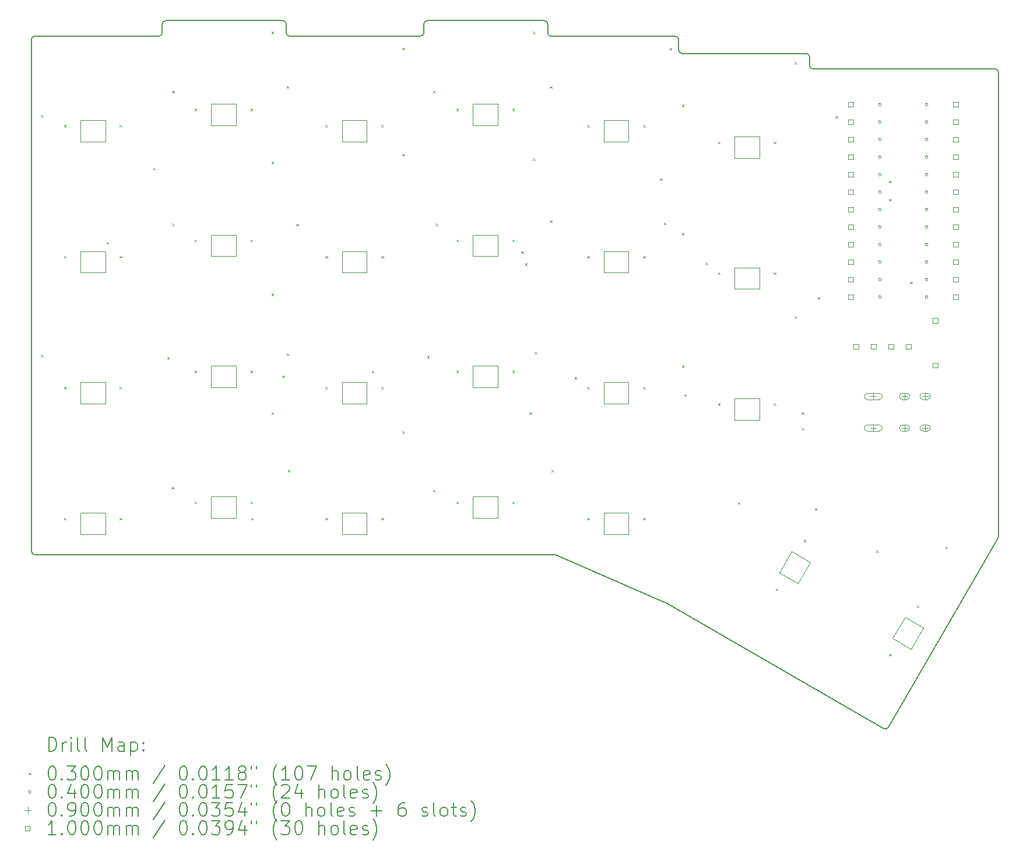
<source format=gbr>
%TF.GenerationSoftware,KiCad,Pcbnew,8.0.8+1*%
%TF.CreationDate,2025-06-17T16:01:52+00:00*%
%TF.ProjectId,eggada50_autorouted,65676761-6461-4353-905f-6175746f726f,0.2*%
%TF.SameCoordinates,Original*%
%TF.FileFunction,Drillmap*%
%TF.FilePolarity,Positive*%
%FSLAX45Y45*%
G04 Gerber Fmt 4.5, Leading zero omitted, Abs format (unit mm)*
G04 Created by KiCad (PCBNEW 8.0.8+1) date 2025-06-17 16:01:52*
%MOMM*%
%LPD*%
G01*
G04 APERTURE LIST*
%ADD10C,0.150000*%
%ADD11C,0.120000*%
%ADD12C,0.200000*%
%ADD13C,0.100000*%
G04 APERTURE END LIST*
D10*
X9158199Y-10924000D02*
X16697850Y-10924000D01*
X11008000Y-3349000D02*
X11008000Y-3223800D01*
X20408222Y-3698778D02*
X20408278Y-3824022D01*
X11058000Y-3173800D02*
X12758200Y-3173800D01*
X11008000Y-3349000D02*
G75*
G02*
X10958000Y-3399000I-50000J0D01*
G01*
X16658200Y-3399000D02*
X18458200Y-3399000D01*
X18311391Y-11617429D02*
G75*
G02*
X18316542Y-11620018I-19871J-45941D01*
G01*
X9108199Y-10874001D02*
X9108001Y-3449001D01*
X14858000Y-3173800D02*
X16558200Y-3173800D01*
X16658200Y-3399000D02*
G75*
G02*
X16608200Y-3349000I0J50000D01*
G01*
X23119800Y-10734660D02*
X21553171Y-13431110D01*
X11008000Y-3223800D02*
G75*
G02*
X11058000Y-3173800I50000J0D01*
G01*
X18558200Y-3648800D02*
X20358222Y-3648800D01*
X9108001Y-3449001D02*
G75*
G02*
X9158001Y-3399001I49999J1D01*
G01*
X23144601Y-10691703D02*
X23119800Y-10734660D01*
X9158199Y-10924000D02*
G75*
G02*
X9108200Y-10874001I1J50000D01*
G01*
X18316542Y-11620019D02*
X21484938Y-13449293D01*
X9158001Y-3399000D02*
X10958000Y-3399000D01*
X12858200Y-3399000D02*
X14758000Y-3399000D01*
X14808000Y-3349000D02*
X14808000Y-3223800D01*
X16558200Y-3173800D02*
G75*
G02*
X16608200Y-3223800I0J-50000D01*
G01*
X20358222Y-3648800D02*
G75*
G02*
X20408220Y-3698778I-2J-50000D01*
G01*
X18311391Y-11617429D02*
X16717699Y-10928109D01*
X12808200Y-3223800D02*
X12808200Y-3349000D01*
X20458278Y-3874000D02*
X23101300Y-3874000D01*
X18558200Y-3648800D02*
G75*
G02*
X18508200Y-3598800I0J50000D01*
G01*
X23151300Y-3924000D02*
X23151300Y-10666703D01*
X14808000Y-3349000D02*
G75*
G02*
X14758000Y-3399000I-50000J0D01*
G01*
X18458200Y-3399000D02*
G75*
G02*
X18508200Y-3449000I0J-50000D01*
G01*
X12858200Y-3399000D02*
G75*
G02*
X12808200Y-3349000I0J50000D01*
G01*
X23101300Y-3874000D02*
G75*
G02*
X23151300Y-3924000I0J-50000D01*
G01*
X20458278Y-3874000D02*
G75*
G02*
X20408280Y-3824022I2J50000D01*
G01*
X12758200Y-3173800D02*
G75*
G02*
X12808200Y-3223800I0J-50000D01*
G01*
X16608200Y-3223800D02*
X16608200Y-3349000D01*
X14808000Y-3223800D02*
G75*
G02*
X14858000Y-3173800I50000J0D01*
G01*
X23151300Y-10666703D02*
G75*
G02*
X23144602Y-10691703I-50020J3D01*
G01*
X18508200Y-3449000D02*
X18508200Y-3598800D01*
X21553171Y-13431110D02*
G75*
G02*
X21484940Y-13449290I-43231J25120D01*
G01*
X16697850Y-10924000D02*
G75*
G02*
X16717699Y-10928109I0J-50000D01*
G01*
D11*
X13980000Y-10630000D02*
X13620000Y-10630000D01*
X13620000Y-10320000D01*
X13980000Y-10320000D01*
X13980000Y-10630000D01*
X10180000Y-4930000D02*
X9820000Y-4930000D01*
X9820000Y-4620000D01*
X10180000Y-4620000D01*
X10180000Y-4930000D01*
X10180000Y-6830000D02*
X9820000Y-6830000D01*
X9820000Y-6520000D01*
X10180000Y-6520000D01*
X10180000Y-6830000D01*
X10180000Y-8730000D02*
X9820000Y-8730000D01*
X9820000Y-8420000D01*
X10180000Y-8420000D01*
X10180000Y-8730000D01*
X17780000Y-8730000D02*
X17420000Y-8730000D01*
X17420000Y-8420000D01*
X17780000Y-8420000D01*
X17780000Y-8730000D01*
X20420594Y-11033115D02*
X20240594Y-11344885D01*
X19972126Y-11189885D01*
X20152126Y-10878115D01*
X20420594Y-11033115D01*
X12080000Y-6592500D02*
X11720000Y-6592500D01*
X11720000Y-6282500D01*
X12080000Y-6282500D01*
X12080000Y-6592500D01*
X19680000Y-5167500D02*
X19320000Y-5167500D01*
X19320000Y-4857500D01*
X19680000Y-4857500D01*
X19680000Y-5167500D01*
X15880000Y-8492500D02*
X15520000Y-8492500D01*
X15520000Y-8182500D01*
X15880000Y-8182500D01*
X15880000Y-8492500D01*
X15880000Y-10392500D02*
X15520000Y-10392500D01*
X15520000Y-10082500D01*
X15880000Y-10082500D01*
X15880000Y-10392500D01*
X12080000Y-4692500D02*
X11720000Y-4692500D01*
X11720000Y-4382500D01*
X12080000Y-4382500D01*
X12080000Y-4692500D01*
X15880000Y-4692500D02*
X15520000Y-4692500D01*
X15520000Y-4382500D01*
X15880000Y-4382500D01*
X15880000Y-4692500D01*
X19680000Y-8967500D02*
X19320000Y-8967500D01*
X19320000Y-8657500D01*
X19680000Y-8657500D01*
X19680000Y-8967500D01*
X19680000Y-7067500D02*
X19320000Y-7067500D01*
X19320000Y-6757500D01*
X19680000Y-6757500D01*
X19680000Y-7067500D01*
X12080000Y-8492500D02*
X11720000Y-8492500D01*
X11720000Y-8182500D01*
X12080000Y-8182500D01*
X12080000Y-8492500D01*
X13980000Y-6830000D02*
X13620000Y-6830000D01*
X13620000Y-6520000D01*
X13980000Y-6520000D01*
X13980000Y-6830000D01*
X12080000Y-10392500D02*
X11720000Y-10392500D01*
X11720000Y-10082500D01*
X12080000Y-10082500D01*
X12080000Y-10392500D01*
X13980000Y-4930000D02*
X13620000Y-4930000D01*
X13620000Y-4620000D01*
X13980000Y-4620000D01*
X13980000Y-4930000D01*
X17780000Y-6830000D02*
X17420000Y-6830000D01*
X17420000Y-6520000D01*
X17780000Y-6520000D01*
X17780000Y-6830000D01*
X17780000Y-10630000D02*
X17420000Y-10630000D01*
X17420000Y-10320000D01*
X17780000Y-10320000D01*
X17780000Y-10630000D01*
X17780000Y-4930000D02*
X17420000Y-4930000D01*
X17420000Y-4620000D01*
X17780000Y-4620000D01*
X17780000Y-4930000D01*
X22066044Y-11983115D02*
X21886044Y-12294885D01*
X21617576Y-12139885D01*
X21797576Y-11828115D01*
X22066044Y-11983115D01*
X13980000Y-8730000D02*
X13620000Y-8730000D01*
X13620000Y-8420000D01*
X13980000Y-8420000D01*
X13980000Y-8730000D01*
X10180000Y-10630000D02*
X9820000Y-10630000D01*
X9820000Y-10320000D01*
X10180000Y-10320000D01*
X10180000Y-10630000D01*
X15880000Y-6592500D02*
X15520000Y-6592500D01*
X15520000Y-6282500D01*
X15880000Y-6282500D01*
X15880000Y-6592500D01*
D12*
D13*
X9245000Y-4545640D02*
X9275000Y-4575640D01*
X9275000Y-4545640D02*
X9245000Y-4575640D01*
X9245000Y-8021960D02*
X9275000Y-8051960D01*
X9275000Y-8021960D02*
X9245000Y-8051960D01*
X9579000Y-4690000D02*
X9609000Y-4720000D01*
X9609000Y-4690000D02*
X9579000Y-4720000D01*
X9579000Y-6590000D02*
X9609000Y-6620000D01*
X9609000Y-6590000D02*
X9579000Y-6620000D01*
X9579000Y-8490000D02*
X9609000Y-8520000D01*
X9609000Y-8490000D02*
X9579000Y-8520000D01*
X9579000Y-10390000D02*
X9609000Y-10420000D01*
X9609000Y-10390000D02*
X9579000Y-10420000D01*
X10200520Y-6386580D02*
X10230520Y-6416580D01*
X10230520Y-6386580D02*
X10200520Y-6416580D01*
X10391000Y-4690000D02*
X10421000Y-4720000D01*
X10421000Y-4690000D02*
X10391000Y-4720000D01*
X10391000Y-6590000D02*
X10421000Y-6620000D01*
X10421000Y-6590000D02*
X10391000Y-6620000D01*
X10391000Y-8490000D02*
X10421000Y-8520000D01*
X10421000Y-8490000D02*
X10391000Y-8520000D01*
X10391000Y-10390000D02*
X10421000Y-10420000D01*
X10421000Y-10390000D02*
X10391000Y-10420000D01*
X10875440Y-5312020D02*
X10905440Y-5342020D01*
X10905440Y-5312020D02*
X10875440Y-5342020D01*
X11077380Y-8058220D02*
X11107380Y-8088220D01*
X11107380Y-8058220D02*
X11077380Y-8088220D01*
X11145000Y-9942330D02*
X11175000Y-9972330D01*
X11175000Y-9942330D02*
X11145000Y-9972330D01*
X11149060Y-4193640D02*
X11179060Y-4223640D01*
X11179060Y-4193640D02*
X11149060Y-4223640D01*
X11149060Y-6118180D02*
X11179060Y-6148180D01*
X11179060Y-6118180D02*
X11149060Y-6148180D01*
X11479000Y-4452500D02*
X11509000Y-4482500D01*
X11509000Y-4452500D02*
X11479000Y-4482500D01*
X11479000Y-6352500D02*
X11509000Y-6382500D01*
X11509000Y-6352500D02*
X11479000Y-6382500D01*
X11479000Y-8252500D02*
X11509000Y-8282500D01*
X11509000Y-8252500D02*
X11479000Y-8282500D01*
X11479000Y-10152500D02*
X11509000Y-10182500D01*
X11509000Y-10152500D02*
X11479000Y-10182500D01*
X12291000Y-4452500D02*
X12321000Y-4482500D01*
X12321000Y-4452500D02*
X12291000Y-4482500D01*
X12291000Y-6352500D02*
X12321000Y-6382500D01*
X12321000Y-6352500D02*
X12291000Y-6382500D01*
X12291000Y-8252500D02*
X12321000Y-8282500D01*
X12321000Y-8252500D02*
X12291000Y-8282500D01*
X12291000Y-10152500D02*
X12321000Y-10182500D01*
X12321000Y-10152500D02*
X12291000Y-10182500D01*
X12298710Y-10390000D02*
X12328710Y-10420000D01*
X12328710Y-10390000D02*
X12298710Y-10420000D01*
X12593500Y-3334010D02*
X12623500Y-3364010D01*
X12623500Y-3334010D02*
X12593500Y-3364010D01*
X12593500Y-5219490D02*
X12623500Y-5249490D01*
X12623500Y-5219490D02*
X12593500Y-5249490D01*
X12593500Y-7134220D02*
X12623500Y-7164220D01*
X12623500Y-7134220D02*
X12593500Y-7164220D01*
X12593500Y-8856540D02*
X12623500Y-8886540D01*
X12623500Y-8856540D02*
X12593500Y-8886540D01*
X12752350Y-8325270D02*
X12782350Y-8355270D01*
X12782350Y-8325270D02*
X12752350Y-8355270D01*
X12814160Y-8003990D02*
X12844160Y-8033990D01*
X12844160Y-8003990D02*
X12814160Y-8033990D01*
X12814320Y-4123060D02*
X12844320Y-4153060D01*
X12844320Y-4123060D02*
X12814320Y-4153060D01*
X12832320Y-9691860D02*
X12862320Y-9721860D01*
X12862320Y-9691860D02*
X12832320Y-9721860D01*
X12954830Y-6123490D02*
X12984830Y-6153490D01*
X12984830Y-6123490D02*
X12954830Y-6153490D01*
X13379000Y-4690000D02*
X13409000Y-4720000D01*
X13409000Y-4690000D02*
X13379000Y-4720000D01*
X13379000Y-6590000D02*
X13409000Y-6620000D01*
X13409000Y-6590000D02*
X13379000Y-6620000D01*
X13379000Y-8490000D02*
X13409000Y-8520000D01*
X13409000Y-8490000D02*
X13379000Y-8520000D01*
X13379000Y-10390000D02*
X13409000Y-10420000D01*
X13409000Y-10390000D02*
X13379000Y-10420000D01*
X14050360Y-8256110D02*
X14080360Y-8286110D01*
X14080360Y-8256110D02*
X14050360Y-8286110D01*
X14191000Y-4690000D02*
X14221000Y-4720000D01*
X14221000Y-4690000D02*
X14191000Y-4720000D01*
X14191000Y-6590000D02*
X14221000Y-6620000D01*
X14221000Y-6590000D02*
X14191000Y-6620000D01*
X14191000Y-8490000D02*
X14221000Y-8520000D01*
X14221000Y-8490000D02*
X14191000Y-8520000D01*
X14191000Y-10390000D02*
X14221000Y-10420000D01*
X14221000Y-10390000D02*
X14191000Y-10420000D01*
X14493500Y-3566120D02*
X14523500Y-3596120D01*
X14523500Y-3566120D02*
X14493500Y-3596120D01*
X14493500Y-5107790D02*
X14523500Y-5137790D01*
X14523500Y-5107790D02*
X14493500Y-5137790D01*
X14493500Y-9134980D02*
X14523500Y-9164980D01*
X14523500Y-9134980D02*
X14493500Y-9164980D01*
X14854830Y-8042330D02*
X14884830Y-8072330D01*
X14884830Y-8042330D02*
X14854830Y-8072330D01*
X14938840Y-9982760D02*
X14968840Y-10012760D01*
X14968840Y-9982760D02*
X14938840Y-10012760D01*
X14939480Y-4193640D02*
X14969480Y-4223640D01*
X14969480Y-4193640D02*
X14939480Y-4223640D01*
X14979490Y-6118070D02*
X15009490Y-6148070D01*
X15009490Y-6118070D02*
X14979490Y-6148070D01*
X15279000Y-4452500D02*
X15309000Y-4482500D01*
X15309000Y-4452500D02*
X15279000Y-4482500D01*
X15279000Y-6352500D02*
X15309000Y-6382500D01*
X15309000Y-6352500D02*
X15279000Y-6382500D01*
X15279000Y-8252500D02*
X15309000Y-8282500D01*
X15309000Y-8252500D02*
X15279000Y-8282500D01*
X15279000Y-10152500D02*
X15309000Y-10182500D01*
X15309000Y-10152500D02*
X15279000Y-10182500D01*
X16091000Y-4452500D02*
X16121000Y-4482500D01*
X16121000Y-4452500D02*
X16091000Y-4482500D01*
X16091000Y-6352500D02*
X16121000Y-6382500D01*
X16121000Y-6352500D02*
X16091000Y-6382500D01*
X16091000Y-8252500D02*
X16121000Y-8282500D01*
X16121000Y-8252500D02*
X16091000Y-8282500D01*
X16091000Y-10152500D02*
X16121000Y-10182500D01*
X16121000Y-10152500D02*
X16091000Y-10182500D01*
X16222460Y-6520100D02*
X16252460Y-6550100D01*
X16252460Y-6520100D02*
X16222460Y-6550100D01*
X16278520Y-6694420D02*
X16308520Y-6724420D01*
X16308520Y-6694420D02*
X16278520Y-6724420D01*
X16341060Y-8856540D02*
X16371060Y-8886540D01*
X16371060Y-8856540D02*
X16341060Y-8886540D01*
X16393500Y-3331420D02*
X16423500Y-3361420D01*
X16423500Y-3331420D02*
X16393500Y-3361420D01*
X16393500Y-5170090D02*
X16423500Y-5200090D01*
X16423500Y-5170090D02*
X16393500Y-5200090D01*
X16419400Y-7981850D02*
X16449400Y-8011850D01*
X16449400Y-7981850D02*
X16419400Y-8011850D01*
X16638760Y-4123060D02*
X16668760Y-4153060D01*
X16668760Y-4123060D02*
X16638760Y-4153060D01*
X16638760Y-6072140D02*
X16668760Y-6102140D01*
X16668760Y-6072140D02*
X16638760Y-6102140D01*
X16664080Y-9691870D02*
X16694080Y-9721870D01*
X16694080Y-9691870D02*
X16664080Y-9721870D01*
X16998260Y-8347320D02*
X17028260Y-8377320D01*
X17028260Y-8347320D02*
X16998260Y-8377320D01*
X17179000Y-4690000D02*
X17209000Y-4720000D01*
X17209000Y-4690000D02*
X17179000Y-4720000D01*
X17179000Y-6590000D02*
X17209000Y-6620000D01*
X17209000Y-6590000D02*
X17179000Y-6620000D01*
X17179000Y-8490000D02*
X17209000Y-8520000D01*
X17209000Y-8490000D02*
X17179000Y-8520000D01*
X17179000Y-10390000D02*
X17209000Y-10420000D01*
X17209000Y-10390000D02*
X17179000Y-10420000D01*
X17991000Y-4690000D02*
X18021000Y-4720000D01*
X18021000Y-4690000D02*
X17991000Y-4720000D01*
X17991000Y-6590000D02*
X18021000Y-6620000D01*
X18021000Y-6590000D02*
X17991000Y-6620000D01*
X17991000Y-8490000D02*
X18021000Y-8520000D01*
X18021000Y-8490000D02*
X17991000Y-8520000D01*
X17991000Y-10390000D02*
X18021000Y-10420000D01*
X18021000Y-10390000D02*
X17991000Y-10420000D01*
X18237440Y-5464020D02*
X18267440Y-5494020D01*
X18267440Y-5464020D02*
X18237440Y-5494020D01*
X18293500Y-6107230D02*
X18323500Y-6137230D01*
X18323500Y-6107230D02*
X18293500Y-6137230D01*
X18379270Y-3570560D02*
X18409270Y-3600560D01*
X18409270Y-3570560D02*
X18379270Y-3600560D01*
X18553720Y-6252430D02*
X18583720Y-6282430D01*
X18583720Y-6252430D02*
X18553720Y-6282430D01*
X18553920Y-4390000D02*
X18583920Y-4420000D01*
X18583920Y-4390000D02*
X18553920Y-4420000D01*
X18553920Y-8176970D02*
X18583920Y-8206970D01*
X18583920Y-8176970D02*
X18553920Y-8206970D01*
X18587460Y-8595800D02*
X18617460Y-8625800D01*
X18617460Y-8595800D02*
X18587460Y-8625800D01*
X18898430Y-6688150D02*
X18928430Y-6718150D01*
X18928430Y-6688150D02*
X18898430Y-6718150D01*
X19079000Y-4927500D02*
X19109000Y-4957500D01*
X19109000Y-4927500D02*
X19079000Y-4957500D01*
X19079000Y-6827500D02*
X19109000Y-6857500D01*
X19109000Y-6827500D02*
X19079000Y-6857500D01*
X19079000Y-8727500D02*
X19109000Y-8757500D01*
X19109000Y-8727500D02*
X19079000Y-8757500D01*
X19368140Y-10159770D02*
X19398140Y-10189770D01*
X19398140Y-10159770D02*
X19368140Y-10189770D01*
X19891000Y-4927500D02*
X19921000Y-4957500D01*
X19921000Y-4927500D02*
X19891000Y-4957500D01*
X19891000Y-6827500D02*
X19921000Y-6857500D01*
X19921000Y-6827500D02*
X19891000Y-6857500D01*
X19891000Y-8727500D02*
X19921000Y-8757500D01*
X19921000Y-8727500D02*
X19891000Y-8757500D01*
X19917700Y-11413100D02*
X19947700Y-11443100D01*
X19947700Y-11413100D02*
X19917700Y-11443100D01*
X20193500Y-3772450D02*
X20223500Y-3802450D01*
X20223500Y-3772450D02*
X20193500Y-3802450D01*
X20193500Y-7464340D02*
X20223500Y-7494340D01*
X20223500Y-7464340D02*
X20193500Y-7494340D01*
X20296330Y-8856540D02*
X20326330Y-8886540D01*
X20326330Y-8856540D02*
X20296330Y-8886540D01*
X20296330Y-9079900D02*
X20326330Y-9109900D01*
X20326330Y-9079900D02*
X20296330Y-9109900D01*
X20323700Y-10709900D02*
X20353700Y-10739900D01*
X20353700Y-10709900D02*
X20323700Y-10739900D01*
X20486450Y-10248740D02*
X20516450Y-10278740D01*
X20516450Y-10248740D02*
X20486450Y-10278740D01*
X20527990Y-7186850D02*
X20557990Y-7216850D01*
X20557990Y-7186850D02*
X20527990Y-7216850D01*
X20786660Y-4555000D02*
X20816660Y-4585000D01*
X20816660Y-4555000D02*
X20786660Y-4585000D01*
X21379350Y-10859560D02*
X21409350Y-10889560D01*
X21409350Y-10859560D02*
X21379350Y-10889560D01*
X21563200Y-12363100D02*
X21593200Y-12393100D01*
X21593200Y-12363100D02*
X21563200Y-12393100D01*
X21564970Y-5498000D02*
X21594970Y-5528000D01*
X21594970Y-5498000D02*
X21564970Y-5528000D01*
X21564970Y-5760490D02*
X21594970Y-5790490D01*
X21594970Y-5760490D02*
X21564970Y-5790490D01*
X21870600Y-6962090D02*
X21900600Y-6992090D01*
X21900600Y-6962090D02*
X21870600Y-6992090D01*
X21969200Y-11659900D02*
X21999200Y-11689900D01*
X21999200Y-11659900D02*
X21969200Y-11689900D01*
X22381440Y-10805620D02*
X22411440Y-10835620D01*
X22411440Y-10805620D02*
X22381440Y-10835620D01*
X21450400Y-4392000D02*
G75*
G02*
X21410400Y-4392000I-20000J0D01*
G01*
X21410400Y-4392000D02*
G75*
G02*
X21450400Y-4392000I20000J0D01*
G01*
X21450400Y-4646000D02*
G75*
G02*
X21410400Y-4646000I-20000J0D01*
G01*
X21410400Y-4646000D02*
G75*
G02*
X21450400Y-4646000I20000J0D01*
G01*
X21450400Y-4900000D02*
G75*
G02*
X21410400Y-4900000I-20000J0D01*
G01*
X21410400Y-4900000D02*
G75*
G02*
X21450400Y-4900000I20000J0D01*
G01*
X21450400Y-5154000D02*
G75*
G02*
X21410400Y-5154000I-20000J0D01*
G01*
X21410400Y-5154000D02*
G75*
G02*
X21450400Y-5154000I20000J0D01*
G01*
X21450400Y-5408000D02*
G75*
G02*
X21410400Y-5408000I-20000J0D01*
G01*
X21410400Y-5408000D02*
G75*
G02*
X21450400Y-5408000I20000J0D01*
G01*
X21450400Y-5662000D02*
G75*
G02*
X21410400Y-5662000I-20000J0D01*
G01*
X21410400Y-5662000D02*
G75*
G02*
X21450400Y-5662000I20000J0D01*
G01*
X21450400Y-5916000D02*
G75*
G02*
X21410400Y-5916000I-20000J0D01*
G01*
X21410400Y-5916000D02*
G75*
G02*
X21450400Y-5916000I20000J0D01*
G01*
X21450400Y-6170000D02*
G75*
G02*
X21410400Y-6170000I-20000J0D01*
G01*
X21410400Y-6170000D02*
G75*
G02*
X21450400Y-6170000I20000J0D01*
G01*
X21450400Y-6424000D02*
G75*
G02*
X21410400Y-6424000I-20000J0D01*
G01*
X21410400Y-6424000D02*
G75*
G02*
X21450400Y-6424000I20000J0D01*
G01*
X21450400Y-6678000D02*
G75*
G02*
X21410400Y-6678000I-20000J0D01*
G01*
X21410400Y-6678000D02*
G75*
G02*
X21450400Y-6678000I20000J0D01*
G01*
X21450400Y-6932000D02*
G75*
G02*
X21410400Y-6932000I-20000J0D01*
G01*
X21410400Y-6932000D02*
G75*
G02*
X21450400Y-6932000I20000J0D01*
G01*
X21450400Y-7186000D02*
G75*
G02*
X21410400Y-7186000I-20000J0D01*
G01*
X21410400Y-7186000D02*
G75*
G02*
X21450400Y-7186000I20000J0D01*
G01*
X22130400Y-4392000D02*
G75*
G02*
X22090400Y-4392000I-20000J0D01*
G01*
X22090400Y-4392000D02*
G75*
G02*
X22130400Y-4392000I20000J0D01*
G01*
X22130400Y-4646000D02*
G75*
G02*
X22090400Y-4646000I-20000J0D01*
G01*
X22090400Y-4646000D02*
G75*
G02*
X22130400Y-4646000I20000J0D01*
G01*
X22130400Y-4900000D02*
G75*
G02*
X22090400Y-4900000I-20000J0D01*
G01*
X22090400Y-4900000D02*
G75*
G02*
X22130400Y-4900000I20000J0D01*
G01*
X22130400Y-5154000D02*
G75*
G02*
X22090400Y-5154000I-20000J0D01*
G01*
X22090400Y-5154000D02*
G75*
G02*
X22130400Y-5154000I20000J0D01*
G01*
X22130400Y-5408000D02*
G75*
G02*
X22090400Y-5408000I-20000J0D01*
G01*
X22090400Y-5408000D02*
G75*
G02*
X22130400Y-5408000I20000J0D01*
G01*
X22130400Y-5662000D02*
G75*
G02*
X22090400Y-5662000I-20000J0D01*
G01*
X22090400Y-5662000D02*
G75*
G02*
X22130400Y-5662000I20000J0D01*
G01*
X22130400Y-5916000D02*
G75*
G02*
X22090400Y-5916000I-20000J0D01*
G01*
X22090400Y-5916000D02*
G75*
G02*
X22130400Y-5916000I20000J0D01*
G01*
X22130400Y-6170000D02*
G75*
G02*
X22090400Y-6170000I-20000J0D01*
G01*
X22090400Y-6170000D02*
G75*
G02*
X22130400Y-6170000I20000J0D01*
G01*
X22130400Y-6424000D02*
G75*
G02*
X22090400Y-6424000I-20000J0D01*
G01*
X22090400Y-6424000D02*
G75*
G02*
X22130400Y-6424000I20000J0D01*
G01*
X22130400Y-6678000D02*
G75*
G02*
X22090400Y-6678000I-20000J0D01*
G01*
X22090400Y-6678000D02*
G75*
G02*
X22130400Y-6678000I20000J0D01*
G01*
X22130400Y-6932000D02*
G75*
G02*
X22090400Y-6932000I-20000J0D01*
G01*
X22090400Y-6932000D02*
G75*
G02*
X22130400Y-6932000I20000J0D01*
G01*
X22130400Y-7186000D02*
G75*
G02*
X22090400Y-7186000I-20000J0D01*
G01*
X22090400Y-7186000D02*
G75*
G02*
X22130400Y-7186000I20000J0D01*
G01*
X21336000Y-8581000D02*
X21336000Y-8671000D01*
X21291000Y-8626000D02*
X21381000Y-8626000D01*
X21421000Y-8581000D02*
X21251000Y-8581000D01*
X21251000Y-8671000D02*
G75*
G02*
X21251000Y-8581000I0J45000D01*
G01*
X21251000Y-8671000D02*
X21421000Y-8671000D01*
X21421000Y-8671000D02*
G75*
G03*
X21421000Y-8581000I0J45000D01*
G01*
X21336000Y-9041000D02*
X21336000Y-9131000D01*
X21291000Y-9086000D02*
X21381000Y-9086000D01*
X21421000Y-9041000D02*
X21251000Y-9041000D01*
X21251000Y-9131000D02*
G75*
G02*
X21251000Y-9041000I0J45000D01*
G01*
X21251000Y-9131000D02*
X21421000Y-9131000D01*
X21421000Y-9131000D02*
G75*
G03*
X21421000Y-9041000I0J45000D01*
G01*
X21791000Y-8581000D02*
X21791000Y-8671000D01*
X21746000Y-8626000D02*
X21836000Y-8626000D01*
X21821000Y-8581000D02*
X21761000Y-8581000D01*
X21761000Y-8671000D02*
G75*
G02*
X21761000Y-8581000I0J45000D01*
G01*
X21761000Y-8671000D02*
X21821000Y-8671000D01*
X21821000Y-8671000D02*
G75*
G03*
X21821000Y-8581000I0J45000D01*
G01*
X21791000Y-9041000D02*
X21791000Y-9131000D01*
X21746000Y-9086000D02*
X21836000Y-9086000D01*
X21821000Y-9041000D02*
X21761000Y-9041000D01*
X21761000Y-9131000D02*
G75*
G02*
X21761000Y-9041000I0J45000D01*
G01*
X21761000Y-9131000D02*
X21821000Y-9131000D01*
X21821000Y-9131000D02*
G75*
G03*
X21821000Y-9041000I0J45000D01*
G01*
X22091000Y-8581000D02*
X22091000Y-8671000D01*
X22046000Y-8626000D02*
X22136000Y-8626000D01*
X22121000Y-8581000D02*
X22061000Y-8581000D01*
X22061000Y-8671000D02*
G75*
G02*
X22061000Y-8581000I0J45000D01*
G01*
X22061000Y-8671000D02*
X22121000Y-8671000D01*
X22121000Y-8671000D02*
G75*
G03*
X22121000Y-8581000I0J45000D01*
G01*
X22091000Y-9041000D02*
X22091000Y-9131000D01*
X22046000Y-9086000D02*
X22136000Y-9086000D01*
X22121000Y-9041000D02*
X22061000Y-9041000D01*
X22061000Y-9131000D02*
G75*
G02*
X22061000Y-9041000I0J45000D01*
G01*
X22061000Y-9131000D02*
X22121000Y-9131000D01*
X22121000Y-9131000D02*
G75*
G03*
X22121000Y-9041000I0J45000D01*
G01*
X21043756Y-4427356D02*
X21043756Y-4356644D01*
X20973044Y-4356644D01*
X20973044Y-4427356D01*
X21043756Y-4427356D01*
X21043756Y-4681356D02*
X21043756Y-4610644D01*
X20973044Y-4610644D01*
X20973044Y-4681356D01*
X21043756Y-4681356D01*
X21043756Y-4935356D02*
X21043756Y-4864644D01*
X20973044Y-4864644D01*
X20973044Y-4935356D01*
X21043756Y-4935356D01*
X21043756Y-5189356D02*
X21043756Y-5118644D01*
X20973044Y-5118644D01*
X20973044Y-5189356D01*
X21043756Y-5189356D01*
X21043756Y-5443356D02*
X21043756Y-5372644D01*
X20973044Y-5372644D01*
X20973044Y-5443356D01*
X21043756Y-5443356D01*
X21043756Y-5697356D02*
X21043756Y-5626644D01*
X20973044Y-5626644D01*
X20973044Y-5697356D01*
X21043756Y-5697356D01*
X21043756Y-5951356D02*
X21043756Y-5880644D01*
X20973044Y-5880644D01*
X20973044Y-5951356D01*
X21043756Y-5951356D01*
X21043756Y-6205356D02*
X21043756Y-6134644D01*
X20973044Y-6134644D01*
X20973044Y-6205356D01*
X21043756Y-6205356D01*
X21043756Y-6459356D02*
X21043756Y-6388644D01*
X20973044Y-6388644D01*
X20973044Y-6459356D01*
X21043756Y-6459356D01*
X21043756Y-6713356D02*
X21043756Y-6642644D01*
X20973044Y-6642644D01*
X20973044Y-6713356D01*
X21043756Y-6713356D01*
X21043756Y-6967356D02*
X21043756Y-6896644D01*
X20973044Y-6896644D01*
X20973044Y-6967356D01*
X21043756Y-6967356D01*
X21043756Y-7221356D02*
X21043756Y-7150644D01*
X20973044Y-7150644D01*
X20973044Y-7221356D01*
X21043756Y-7221356D01*
X21119056Y-7936156D02*
X21119056Y-7865444D01*
X21048344Y-7865444D01*
X21048344Y-7936156D01*
X21119056Y-7936156D01*
X21373056Y-7936156D02*
X21373056Y-7865444D01*
X21302344Y-7865444D01*
X21302344Y-7936156D01*
X21373056Y-7936156D01*
X21627056Y-7936156D02*
X21627056Y-7865444D01*
X21556344Y-7865444D01*
X21556344Y-7936156D01*
X21627056Y-7936156D01*
X21881056Y-7936156D02*
X21881056Y-7865444D01*
X21810344Y-7865444D01*
X21810344Y-7936156D01*
X21881056Y-7936156D01*
X22270356Y-7560456D02*
X22270356Y-7489744D01*
X22199644Y-7489744D01*
X22199644Y-7560456D01*
X22270356Y-7560456D01*
X22270356Y-8210456D02*
X22270356Y-8139744D01*
X22199644Y-8139744D01*
X22199644Y-8210456D01*
X22270356Y-8210456D01*
X22567756Y-4427356D02*
X22567756Y-4356644D01*
X22497044Y-4356644D01*
X22497044Y-4427356D01*
X22567756Y-4427356D01*
X22567756Y-4681356D02*
X22567756Y-4610644D01*
X22497044Y-4610644D01*
X22497044Y-4681356D01*
X22567756Y-4681356D01*
X22567756Y-4935356D02*
X22567756Y-4864644D01*
X22497044Y-4864644D01*
X22497044Y-4935356D01*
X22567756Y-4935356D01*
X22567756Y-5189356D02*
X22567756Y-5118644D01*
X22497044Y-5118644D01*
X22497044Y-5189356D01*
X22567756Y-5189356D01*
X22567756Y-5443356D02*
X22567756Y-5372644D01*
X22497044Y-5372644D01*
X22497044Y-5443356D01*
X22567756Y-5443356D01*
X22567756Y-5697356D02*
X22567756Y-5626644D01*
X22497044Y-5626644D01*
X22497044Y-5697356D01*
X22567756Y-5697356D01*
X22567756Y-5951356D02*
X22567756Y-5880644D01*
X22497044Y-5880644D01*
X22497044Y-5951356D01*
X22567756Y-5951356D01*
X22567756Y-6205356D02*
X22567756Y-6134644D01*
X22497044Y-6134644D01*
X22497044Y-6205356D01*
X22567756Y-6205356D01*
X22567756Y-6459356D02*
X22567756Y-6388644D01*
X22497044Y-6388644D01*
X22497044Y-6459356D01*
X22567756Y-6459356D01*
X22567756Y-6713356D02*
X22567756Y-6642644D01*
X22497044Y-6642644D01*
X22497044Y-6713356D01*
X22567756Y-6713356D01*
X22567756Y-6967356D02*
X22567756Y-6896644D01*
X22497044Y-6896644D01*
X22497044Y-6967356D01*
X22567756Y-6967356D01*
X22567756Y-7221356D02*
X22567756Y-7150644D01*
X22497044Y-7150644D01*
X22497044Y-7221356D01*
X22567756Y-7221356D01*
D12*
X9361278Y-13774973D02*
X9361278Y-13574973D01*
X9361278Y-13574973D02*
X9408897Y-13574973D01*
X9408897Y-13574973D02*
X9437469Y-13584497D01*
X9437469Y-13584497D02*
X9456516Y-13603545D01*
X9456516Y-13603545D02*
X9466040Y-13622592D01*
X9466040Y-13622592D02*
X9475564Y-13660687D01*
X9475564Y-13660687D02*
X9475564Y-13689259D01*
X9475564Y-13689259D02*
X9466040Y-13727354D01*
X9466040Y-13727354D02*
X9456516Y-13746402D01*
X9456516Y-13746402D02*
X9437469Y-13765449D01*
X9437469Y-13765449D02*
X9408897Y-13774973D01*
X9408897Y-13774973D02*
X9361278Y-13774973D01*
X9561278Y-13774973D02*
X9561278Y-13641640D01*
X9561278Y-13679735D02*
X9570802Y-13660687D01*
X9570802Y-13660687D02*
X9580326Y-13651164D01*
X9580326Y-13651164D02*
X9599373Y-13641640D01*
X9599373Y-13641640D02*
X9618421Y-13641640D01*
X9685088Y-13774973D02*
X9685088Y-13641640D01*
X9685088Y-13574973D02*
X9675564Y-13584497D01*
X9675564Y-13584497D02*
X9685088Y-13594021D01*
X9685088Y-13594021D02*
X9694611Y-13584497D01*
X9694611Y-13584497D02*
X9685088Y-13574973D01*
X9685088Y-13574973D02*
X9685088Y-13594021D01*
X9808897Y-13774973D02*
X9789850Y-13765449D01*
X9789850Y-13765449D02*
X9780326Y-13746402D01*
X9780326Y-13746402D02*
X9780326Y-13574973D01*
X9913659Y-13774973D02*
X9894611Y-13765449D01*
X9894611Y-13765449D02*
X9885088Y-13746402D01*
X9885088Y-13746402D02*
X9885088Y-13574973D01*
X10142231Y-13774973D02*
X10142231Y-13574973D01*
X10142231Y-13574973D02*
X10208897Y-13717830D01*
X10208897Y-13717830D02*
X10275564Y-13574973D01*
X10275564Y-13574973D02*
X10275564Y-13774973D01*
X10456516Y-13774973D02*
X10456516Y-13670211D01*
X10456516Y-13670211D02*
X10446992Y-13651164D01*
X10446992Y-13651164D02*
X10427945Y-13641640D01*
X10427945Y-13641640D02*
X10389850Y-13641640D01*
X10389850Y-13641640D02*
X10370802Y-13651164D01*
X10456516Y-13765449D02*
X10437469Y-13774973D01*
X10437469Y-13774973D02*
X10389850Y-13774973D01*
X10389850Y-13774973D02*
X10370802Y-13765449D01*
X10370802Y-13765449D02*
X10361278Y-13746402D01*
X10361278Y-13746402D02*
X10361278Y-13727354D01*
X10361278Y-13727354D02*
X10370802Y-13708307D01*
X10370802Y-13708307D02*
X10389850Y-13698783D01*
X10389850Y-13698783D02*
X10437469Y-13698783D01*
X10437469Y-13698783D02*
X10456516Y-13689259D01*
X10551754Y-13641640D02*
X10551754Y-13841640D01*
X10551754Y-13651164D02*
X10570802Y-13641640D01*
X10570802Y-13641640D02*
X10608897Y-13641640D01*
X10608897Y-13641640D02*
X10627945Y-13651164D01*
X10627945Y-13651164D02*
X10637469Y-13660687D01*
X10637469Y-13660687D02*
X10646992Y-13679735D01*
X10646992Y-13679735D02*
X10646992Y-13736878D01*
X10646992Y-13736878D02*
X10637469Y-13755926D01*
X10637469Y-13755926D02*
X10627945Y-13765449D01*
X10627945Y-13765449D02*
X10608897Y-13774973D01*
X10608897Y-13774973D02*
X10570802Y-13774973D01*
X10570802Y-13774973D02*
X10551754Y-13765449D01*
X10732707Y-13755926D02*
X10742231Y-13765449D01*
X10742231Y-13765449D02*
X10732707Y-13774973D01*
X10732707Y-13774973D02*
X10723183Y-13765449D01*
X10723183Y-13765449D02*
X10732707Y-13755926D01*
X10732707Y-13755926D02*
X10732707Y-13774973D01*
X10732707Y-13651164D02*
X10742231Y-13660687D01*
X10742231Y-13660687D02*
X10732707Y-13670211D01*
X10732707Y-13670211D02*
X10723183Y-13660687D01*
X10723183Y-13660687D02*
X10732707Y-13651164D01*
X10732707Y-13651164D02*
X10732707Y-13670211D01*
D13*
X9070501Y-14088489D02*
X9100501Y-14118489D01*
X9100501Y-14088489D02*
X9070501Y-14118489D01*
D12*
X9399373Y-13994973D02*
X9418421Y-13994973D01*
X9418421Y-13994973D02*
X9437469Y-14004497D01*
X9437469Y-14004497D02*
X9446992Y-14014021D01*
X9446992Y-14014021D02*
X9456516Y-14033068D01*
X9456516Y-14033068D02*
X9466040Y-14071164D01*
X9466040Y-14071164D02*
X9466040Y-14118783D01*
X9466040Y-14118783D02*
X9456516Y-14156878D01*
X9456516Y-14156878D02*
X9446992Y-14175926D01*
X9446992Y-14175926D02*
X9437469Y-14185449D01*
X9437469Y-14185449D02*
X9418421Y-14194973D01*
X9418421Y-14194973D02*
X9399373Y-14194973D01*
X9399373Y-14194973D02*
X9380326Y-14185449D01*
X9380326Y-14185449D02*
X9370802Y-14175926D01*
X9370802Y-14175926D02*
X9361278Y-14156878D01*
X9361278Y-14156878D02*
X9351754Y-14118783D01*
X9351754Y-14118783D02*
X9351754Y-14071164D01*
X9351754Y-14071164D02*
X9361278Y-14033068D01*
X9361278Y-14033068D02*
X9370802Y-14014021D01*
X9370802Y-14014021D02*
X9380326Y-14004497D01*
X9380326Y-14004497D02*
X9399373Y-13994973D01*
X9551754Y-14175926D02*
X9561278Y-14185449D01*
X9561278Y-14185449D02*
X9551754Y-14194973D01*
X9551754Y-14194973D02*
X9542231Y-14185449D01*
X9542231Y-14185449D02*
X9551754Y-14175926D01*
X9551754Y-14175926D02*
X9551754Y-14194973D01*
X9627945Y-13994973D02*
X9751754Y-13994973D01*
X9751754Y-13994973D02*
X9685088Y-14071164D01*
X9685088Y-14071164D02*
X9713659Y-14071164D01*
X9713659Y-14071164D02*
X9732707Y-14080687D01*
X9732707Y-14080687D02*
X9742231Y-14090211D01*
X9742231Y-14090211D02*
X9751754Y-14109259D01*
X9751754Y-14109259D02*
X9751754Y-14156878D01*
X9751754Y-14156878D02*
X9742231Y-14175926D01*
X9742231Y-14175926D02*
X9732707Y-14185449D01*
X9732707Y-14185449D02*
X9713659Y-14194973D01*
X9713659Y-14194973D02*
X9656516Y-14194973D01*
X9656516Y-14194973D02*
X9637469Y-14185449D01*
X9637469Y-14185449D02*
X9627945Y-14175926D01*
X9875564Y-13994973D02*
X9894612Y-13994973D01*
X9894612Y-13994973D02*
X9913659Y-14004497D01*
X9913659Y-14004497D02*
X9923183Y-14014021D01*
X9923183Y-14014021D02*
X9932707Y-14033068D01*
X9932707Y-14033068D02*
X9942231Y-14071164D01*
X9942231Y-14071164D02*
X9942231Y-14118783D01*
X9942231Y-14118783D02*
X9932707Y-14156878D01*
X9932707Y-14156878D02*
X9923183Y-14175926D01*
X9923183Y-14175926D02*
X9913659Y-14185449D01*
X9913659Y-14185449D02*
X9894612Y-14194973D01*
X9894612Y-14194973D02*
X9875564Y-14194973D01*
X9875564Y-14194973D02*
X9856516Y-14185449D01*
X9856516Y-14185449D02*
X9846992Y-14175926D01*
X9846992Y-14175926D02*
X9837469Y-14156878D01*
X9837469Y-14156878D02*
X9827945Y-14118783D01*
X9827945Y-14118783D02*
X9827945Y-14071164D01*
X9827945Y-14071164D02*
X9837469Y-14033068D01*
X9837469Y-14033068D02*
X9846992Y-14014021D01*
X9846992Y-14014021D02*
X9856516Y-14004497D01*
X9856516Y-14004497D02*
X9875564Y-13994973D01*
X10066040Y-13994973D02*
X10085088Y-13994973D01*
X10085088Y-13994973D02*
X10104135Y-14004497D01*
X10104135Y-14004497D02*
X10113659Y-14014021D01*
X10113659Y-14014021D02*
X10123183Y-14033068D01*
X10123183Y-14033068D02*
X10132707Y-14071164D01*
X10132707Y-14071164D02*
X10132707Y-14118783D01*
X10132707Y-14118783D02*
X10123183Y-14156878D01*
X10123183Y-14156878D02*
X10113659Y-14175926D01*
X10113659Y-14175926D02*
X10104135Y-14185449D01*
X10104135Y-14185449D02*
X10085088Y-14194973D01*
X10085088Y-14194973D02*
X10066040Y-14194973D01*
X10066040Y-14194973D02*
X10046992Y-14185449D01*
X10046992Y-14185449D02*
X10037469Y-14175926D01*
X10037469Y-14175926D02*
X10027945Y-14156878D01*
X10027945Y-14156878D02*
X10018421Y-14118783D01*
X10018421Y-14118783D02*
X10018421Y-14071164D01*
X10018421Y-14071164D02*
X10027945Y-14033068D01*
X10027945Y-14033068D02*
X10037469Y-14014021D01*
X10037469Y-14014021D02*
X10046992Y-14004497D01*
X10046992Y-14004497D02*
X10066040Y-13994973D01*
X10218421Y-14194973D02*
X10218421Y-14061640D01*
X10218421Y-14080687D02*
X10227945Y-14071164D01*
X10227945Y-14071164D02*
X10246992Y-14061640D01*
X10246992Y-14061640D02*
X10275564Y-14061640D01*
X10275564Y-14061640D02*
X10294612Y-14071164D01*
X10294612Y-14071164D02*
X10304135Y-14090211D01*
X10304135Y-14090211D02*
X10304135Y-14194973D01*
X10304135Y-14090211D02*
X10313659Y-14071164D01*
X10313659Y-14071164D02*
X10332707Y-14061640D01*
X10332707Y-14061640D02*
X10361278Y-14061640D01*
X10361278Y-14061640D02*
X10380326Y-14071164D01*
X10380326Y-14071164D02*
X10389850Y-14090211D01*
X10389850Y-14090211D02*
X10389850Y-14194973D01*
X10485088Y-14194973D02*
X10485088Y-14061640D01*
X10485088Y-14080687D02*
X10494612Y-14071164D01*
X10494612Y-14071164D02*
X10513659Y-14061640D01*
X10513659Y-14061640D02*
X10542231Y-14061640D01*
X10542231Y-14061640D02*
X10561278Y-14071164D01*
X10561278Y-14071164D02*
X10570802Y-14090211D01*
X10570802Y-14090211D02*
X10570802Y-14194973D01*
X10570802Y-14090211D02*
X10580326Y-14071164D01*
X10580326Y-14071164D02*
X10599373Y-14061640D01*
X10599373Y-14061640D02*
X10627945Y-14061640D01*
X10627945Y-14061640D02*
X10646993Y-14071164D01*
X10646993Y-14071164D02*
X10656516Y-14090211D01*
X10656516Y-14090211D02*
X10656516Y-14194973D01*
X11046993Y-13985449D02*
X10875564Y-14242592D01*
X11304135Y-13994973D02*
X11323183Y-13994973D01*
X11323183Y-13994973D02*
X11342231Y-14004497D01*
X11342231Y-14004497D02*
X11351754Y-14014021D01*
X11351754Y-14014021D02*
X11361278Y-14033068D01*
X11361278Y-14033068D02*
X11370802Y-14071164D01*
X11370802Y-14071164D02*
X11370802Y-14118783D01*
X11370802Y-14118783D02*
X11361278Y-14156878D01*
X11361278Y-14156878D02*
X11351754Y-14175926D01*
X11351754Y-14175926D02*
X11342231Y-14185449D01*
X11342231Y-14185449D02*
X11323183Y-14194973D01*
X11323183Y-14194973D02*
X11304135Y-14194973D01*
X11304135Y-14194973D02*
X11285088Y-14185449D01*
X11285088Y-14185449D02*
X11275564Y-14175926D01*
X11275564Y-14175926D02*
X11266040Y-14156878D01*
X11266040Y-14156878D02*
X11256516Y-14118783D01*
X11256516Y-14118783D02*
X11256516Y-14071164D01*
X11256516Y-14071164D02*
X11266040Y-14033068D01*
X11266040Y-14033068D02*
X11275564Y-14014021D01*
X11275564Y-14014021D02*
X11285088Y-14004497D01*
X11285088Y-14004497D02*
X11304135Y-13994973D01*
X11456516Y-14175926D02*
X11466040Y-14185449D01*
X11466040Y-14185449D02*
X11456516Y-14194973D01*
X11456516Y-14194973D02*
X11446993Y-14185449D01*
X11446993Y-14185449D02*
X11456516Y-14175926D01*
X11456516Y-14175926D02*
X11456516Y-14194973D01*
X11589850Y-13994973D02*
X11608897Y-13994973D01*
X11608897Y-13994973D02*
X11627945Y-14004497D01*
X11627945Y-14004497D02*
X11637469Y-14014021D01*
X11637469Y-14014021D02*
X11646993Y-14033068D01*
X11646993Y-14033068D02*
X11656516Y-14071164D01*
X11656516Y-14071164D02*
X11656516Y-14118783D01*
X11656516Y-14118783D02*
X11646993Y-14156878D01*
X11646993Y-14156878D02*
X11637469Y-14175926D01*
X11637469Y-14175926D02*
X11627945Y-14185449D01*
X11627945Y-14185449D02*
X11608897Y-14194973D01*
X11608897Y-14194973D02*
X11589850Y-14194973D01*
X11589850Y-14194973D02*
X11570802Y-14185449D01*
X11570802Y-14185449D02*
X11561278Y-14175926D01*
X11561278Y-14175926D02*
X11551754Y-14156878D01*
X11551754Y-14156878D02*
X11542231Y-14118783D01*
X11542231Y-14118783D02*
X11542231Y-14071164D01*
X11542231Y-14071164D02*
X11551754Y-14033068D01*
X11551754Y-14033068D02*
X11561278Y-14014021D01*
X11561278Y-14014021D02*
X11570802Y-14004497D01*
X11570802Y-14004497D02*
X11589850Y-13994973D01*
X11846993Y-14194973D02*
X11732707Y-14194973D01*
X11789850Y-14194973D02*
X11789850Y-13994973D01*
X11789850Y-13994973D02*
X11770802Y-14023545D01*
X11770802Y-14023545D02*
X11751754Y-14042592D01*
X11751754Y-14042592D02*
X11732707Y-14052116D01*
X12037469Y-14194973D02*
X11923183Y-14194973D01*
X11980326Y-14194973D02*
X11980326Y-13994973D01*
X11980326Y-13994973D02*
X11961278Y-14023545D01*
X11961278Y-14023545D02*
X11942231Y-14042592D01*
X11942231Y-14042592D02*
X11923183Y-14052116D01*
X12151754Y-14080687D02*
X12132707Y-14071164D01*
X12132707Y-14071164D02*
X12123183Y-14061640D01*
X12123183Y-14061640D02*
X12113659Y-14042592D01*
X12113659Y-14042592D02*
X12113659Y-14033068D01*
X12113659Y-14033068D02*
X12123183Y-14014021D01*
X12123183Y-14014021D02*
X12132707Y-14004497D01*
X12132707Y-14004497D02*
X12151754Y-13994973D01*
X12151754Y-13994973D02*
X12189850Y-13994973D01*
X12189850Y-13994973D02*
X12208897Y-14004497D01*
X12208897Y-14004497D02*
X12218421Y-14014021D01*
X12218421Y-14014021D02*
X12227945Y-14033068D01*
X12227945Y-14033068D02*
X12227945Y-14042592D01*
X12227945Y-14042592D02*
X12218421Y-14061640D01*
X12218421Y-14061640D02*
X12208897Y-14071164D01*
X12208897Y-14071164D02*
X12189850Y-14080687D01*
X12189850Y-14080687D02*
X12151754Y-14080687D01*
X12151754Y-14080687D02*
X12132707Y-14090211D01*
X12132707Y-14090211D02*
X12123183Y-14099735D01*
X12123183Y-14099735D02*
X12113659Y-14118783D01*
X12113659Y-14118783D02*
X12113659Y-14156878D01*
X12113659Y-14156878D02*
X12123183Y-14175926D01*
X12123183Y-14175926D02*
X12132707Y-14185449D01*
X12132707Y-14185449D02*
X12151754Y-14194973D01*
X12151754Y-14194973D02*
X12189850Y-14194973D01*
X12189850Y-14194973D02*
X12208897Y-14185449D01*
X12208897Y-14185449D02*
X12218421Y-14175926D01*
X12218421Y-14175926D02*
X12227945Y-14156878D01*
X12227945Y-14156878D02*
X12227945Y-14118783D01*
X12227945Y-14118783D02*
X12218421Y-14099735D01*
X12218421Y-14099735D02*
X12208897Y-14090211D01*
X12208897Y-14090211D02*
X12189850Y-14080687D01*
X12304135Y-13994973D02*
X12304135Y-14033068D01*
X12380326Y-13994973D02*
X12380326Y-14033068D01*
X12675564Y-14271164D02*
X12666040Y-14261640D01*
X12666040Y-14261640D02*
X12646993Y-14233068D01*
X12646993Y-14233068D02*
X12637469Y-14214021D01*
X12637469Y-14214021D02*
X12627945Y-14185449D01*
X12627945Y-14185449D02*
X12618421Y-14137830D01*
X12618421Y-14137830D02*
X12618421Y-14099735D01*
X12618421Y-14099735D02*
X12627945Y-14052116D01*
X12627945Y-14052116D02*
X12637469Y-14023545D01*
X12637469Y-14023545D02*
X12646993Y-14004497D01*
X12646993Y-14004497D02*
X12666040Y-13975926D01*
X12666040Y-13975926D02*
X12675564Y-13966402D01*
X12856516Y-14194973D02*
X12742231Y-14194973D01*
X12799374Y-14194973D02*
X12799374Y-13994973D01*
X12799374Y-13994973D02*
X12780326Y-14023545D01*
X12780326Y-14023545D02*
X12761278Y-14042592D01*
X12761278Y-14042592D02*
X12742231Y-14052116D01*
X12980326Y-13994973D02*
X12999374Y-13994973D01*
X12999374Y-13994973D02*
X13018421Y-14004497D01*
X13018421Y-14004497D02*
X13027945Y-14014021D01*
X13027945Y-14014021D02*
X13037469Y-14033068D01*
X13037469Y-14033068D02*
X13046993Y-14071164D01*
X13046993Y-14071164D02*
X13046993Y-14118783D01*
X13046993Y-14118783D02*
X13037469Y-14156878D01*
X13037469Y-14156878D02*
X13027945Y-14175926D01*
X13027945Y-14175926D02*
X13018421Y-14185449D01*
X13018421Y-14185449D02*
X12999374Y-14194973D01*
X12999374Y-14194973D02*
X12980326Y-14194973D01*
X12980326Y-14194973D02*
X12961278Y-14185449D01*
X12961278Y-14185449D02*
X12951755Y-14175926D01*
X12951755Y-14175926D02*
X12942231Y-14156878D01*
X12942231Y-14156878D02*
X12932707Y-14118783D01*
X12932707Y-14118783D02*
X12932707Y-14071164D01*
X12932707Y-14071164D02*
X12942231Y-14033068D01*
X12942231Y-14033068D02*
X12951755Y-14014021D01*
X12951755Y-14014021D02*
X12961278Y-14004497D01*
X12961278Y-14004497D02*
X12980326Y-13994973D01*
X13113659Y-13994973D02*
X13246993Y-13994973D01*
X13246993Y-13994973D02*
X13161278Y-14194973D01*
X13475564Y-14194973D02*
X13475564Y-13994973D01*
X13561278Y-14194973D02*
X13561278Y-14090211D01*
X13561278Y-14090211D02*
X13551755Y-14071164D01*
X13551755Y-14071164D02*
X13532707Y-14061640D01*
X13532707Y-14061640D02*
X13504136Y-14061640D01*
X13504136Y-14061640D02*
X13485088Y-14071164D01*
X13485088Y-14071164D02*
X13475564Y-14080687D01*
X13685088Y-14194973D02*
X13666040Y-14185449D01*
X13666040Y-14185449D02*
X13656517Y-14175926D01*
X13656517Y-14175926D02*
X13646993Y-14156878D01*
X13646993Y-14156878D02*
X13646993Y-14099735D01*
X13646993Y-14099735D02*
X13656517Y-14080687D01*
X13656517Y-14080687D02*
X13666040Y-14071164D01*
X13666040Y-14071164D02*
X13685088Y-14061640D01*
X13685088Y-14061640D02*
X13713659Y-14061640D01*
X13713659Y-14061640D02*
X13732707Y-14071164D01*
X13732707Y-14071164D02*
X13742231Y-14080687D01*
X13742231Y-14080687D02*
X13751755Y-14099735D01*
X13751755Y-14099735D02*
X13751755Y-14156878D01*
X13751755Y-14156878D02*
X13742231Y-14175926D01*
X13742231Y-14175926D02*
X13732707Y-14185449D01*
X13732707Y-14185449D02*
X13713659Y-14194973D01*
X13713659Y-14194973D02*
X13685088Y-14194973D01*
X13866040Y-14194973D02*
X13846993Y-14185449D01*
X13846993Y-14185449D02*
X13837469Y-14166402D01*
X13837469Y-14166402D02*
X13837469Y-13994973D01*
X14018421Y-14185449D02*
X13999374Y-14194973D01*
X13999374Y-14194973D02*
X13961278Y-14194973D01*
X13961278Y-14194973D02*
X13942231Y-14185449D01*
X13942231Y-14185449D02*
X13932707Y-14166402D01*
X13932707Y-14166402D02*
X13932707Y-14090211D01*
X13932707Y-14090211D02*
X13942231Y-14071164D01*
X13942231Y-14071164D02*
X13961278Y-14061640D01*
X13961278Y-14061640D02*
X13999374Y-14061640D01*
X13999374Y-14061640D02*
X14018421Y-14071164D01*
X14018421Y-14071164D02*
X14027945Y-14090211D01*
X14027945Y-14090211D02*
X14027945Y-14109259D01*
X14027945Y-14109259D02*
X13932707Y-14128307D01*
X14104136Y-14185449D02*
X14123183Y-14194973D01*
X14123183Y-14194973D02*
X14161278Y-14194973D01*
X14161278Y-14194973D02*
X14180326Y-14185449D01*
X14180326Y-14185449D02*
X14189850Y-14166402D01*
X14189850Y-14166402D02*
X14189850Y-14156878D01*
X14189850Y-14156878D02*
X14180326Y-14137830D01*
X14180326Y-14137830D02*
X14161278Y-14128307D01*
X14161278Y-14128307D02*
X14132707Y-14128307D01*
X14132707Y-14128307D02*
X14113659Y-14118783D01*
X14113659Y-14118783D02*
X14104136Y-14099735D01*
X14104136Y-14099735D02*
X14104136Y-14090211D01*
X14104136Y-14090211D02*
X14113659Y-14071164D01*
X14113659Y-14071164D02*
X14132707Y-14061640D01*
X14132707Y-14061640D02*
X14161278Y-14061640D01*
X14161278Y-14061640D02*
X14180326Y-14071164D01*
X14256517Y-14271164D02*
X14266040Y-14261640D01*
X14266040Y-14261640D02*
X14285088Y-14233068D01*
X14285088Y-14233068D02*
X14294612Y-14214021D01*
X14294612Y-14214021D02*
X14304136Y-14185449D01*
X14304136Y-14185449D02*
X14313659Y-14137830D01*
X14313659Y-14137830D02*
X14313659Y-14099735D01*
X14313659Y-14099735D02*
X14304136Y-14052116D01*
X14304136Y-14052116D02*
X14294612Y-14023545D01*
X14294612Y-14023545D02*
X14285088Y-14004497D01*
X14285088Y-14004497D02*
X14266040Y-13975926D01*
X14266040Y-13975926D02*
X14256517Y-13966402D01*
D13*
X9100501Y-14367489D02*
G75*
G02*
X9060501Y-14367489I-20000J0D01*
G01*
X9060501Y-14367489D02*
G75*
G02*
X9100501Y-14367489I20000J0D01*
G01*
D12*
X9399373Y-14258973D02*
X9418421Y-14258973D01*
X9418421Y-14258973D02*
X9437469Y-14268497D01*
X9437469Y-14268497D02*
X9446992Y-14278021D01*
X9446992Y-14278021D02*
X9456516Y-14297068D01*
X9456516Y-14297068D02*
X9466040Y-14335164D01*
X9466040Y-14335164D02*
X9466040Y-14382783D01*
X9466040Y-14382783D02*
X9456516Y-14420878D01*
X9456516Y-14420878D02*
X9446992Y-14439926D01*
X9446992Y-14439926D02*
X9437469Y-14449449D01*
X9437469Y-14449449D02*
X9418421Y-14458973D01*
X9418421Y-14458973D02*
X9399373Y-14458973D01*
X9399373Y-14458973D02*
X9380326Y-14449449D01*
X9380326Y-14449449D02*
X9370802Y-14439926D01*
X9370802Y-14439926D02*
X9361278Y-14420878D01*
X9361278Y-14420878D02*
X9351754Y-14382783D01*
X9351754Y-14382783D02*
X9351754Y-14335164D01*
X9351754Y-14335164D02*
X9361278Y-14297068D01*
X9361278Y-14297068D02*
X9370802Y-14278021D01*
X9370802Y-14278021D02*
X9380326Y-14268497D01*
X9380326Y-14268497D02*
X9399373Y-14258973D01*
X9551754Y-14439926D02*
X9561278Y-14449449D01*
X9561278Y-14449449D02*
X9551754Y-14458973D01*
X9551754Y-14458973D02*
X9542231Y-14449449D01*
X9542231Y-14449449D02*
X9551754Y-14439926D01*
X9551754Y-14439926D02*
X9551754Y-14458973D01*
X9732707Y-14325640D02*
X9732707Y-14458973D01*
X9685088Y-14249449D02*
X9637469Y-14392307D01*
X9637469Y-14392307D02*
X9761278Y-14392307D01*
X9875564Y-14258973D02*
X9894612Y-14258973D01*
X9894612Y-14258973D02*
X9913659Y-14268497D01*
X9913659Y-14268497D02*
X9923183Y-14278021D01*
X9923183Y-14278021D02*
X9932707Y-14297068D01*
X9932707Y-14297068D02*
X9942231Y-14335164D01*
X9942231Y-14335164D02*
X9942231Y-14382783D01*
X9942231Y-14382783D02*
X9932707Y-14420878D01*
X9932707Y-14420878D02*
X9923183Y-14439926D01*
X9923183Y-14439926D02*
X9913659Y-14449449D01*
X9913659Y-14449449D02*
X9894612Y-14458973D01*
X9894612Y-14458973D02*
X9875564Y-14458973D01*
X9875564Y-14458973D02*
X9856516Y-14449449D01*
X9856516Y-14449449D02*
X9846992Y-14439926D01*
X9846992Y-14439926D02*
X9837469Y-14420878D01*
X9837469Y-14420878D02*
X9827945Y-14382783D01*
X9827945Y-14382783D02*
X9827945Y-14335164D01*
X9827945Y-14335164D02*
X9837469Y-14297068D01*
X9837469Y-14297068D02*
X9846992Y-14278021D01*
X9846992Y-14278021D02*
X9856516Y-14268497D01*
X9856516Y-14268497D02*
X9875564Y-14258973D01*
X10066040Y-14258973D02*
X10085088Y-14258973D01*
X10085088Y-14258973D02*
X10104135Y-14268497D01*
X10104135Y-14268497D02*
X10113659Y-14278021D01*
X10113659Y-14278021D02*
X10123183Y-14297068D01*
X10123183Y-14297068D02*
X10132707Y-14335164D01*
X10132707Y-14335164D02*
X10132707Y-14382783D01*
X10132707Y-14382783D02*
X10123183Y-14420878D01*
X10123183Y-14420878D02*
X10113659Y-14439926D01*
X10113659Y-14439926D02*
X10104135Y-14449449D01*
X10104135Y-14449449D02*
X10085088Y-14458973D01*
X10085088Y-14458973D02*
X10066040Y-14458973D01*
X10066040Y-14458973D02*
X10046992Y-14449449D01*
X10046992Y-14449449D02*
X10037469Y-14439926D01*
X10037469Y-14439926D02*
X10027945Y-14420878D01*
X10027945Y-14420878D02*
X10018421Y-14382783D01*
X10018421Y-14382783D02*
X10018421Y-14335164D01*
X10018421Y-14335164D02*
X10027945Y-14297068D01*
X10027945Y-14297068D02*
X10037469Y-14278021D01*
X10037469Y-14278021D02*
X10046992Y-14268497D01*
X10046992Y-14268497D02*
X10066040Y-14258973D01*
X10218421Y-14458973D02*
X10218421Y-14325640D01*
X10218421Y-14344687D02*
X10227945Y-14335164D01*
X10227945Y-14335164D02*
X10246992Y-14325640D01*
X10246992Y-14325640D02*
X10275564Y-14325640D01*
X10275564Y-14325640D02*
X10294612Y-14335164D01*
X10294612Y-14335164D02*
X10304135Y-14354211D01*
X10304135Y-14354211D02*
X10304135Y-14458973D01*
X10304135Y-14354211D02*
X10313659Y-14335164D01*
X10313659Y-14335164D02*
X10332707Y-14325640D01*
X10332707Y-14325640D02*
X10361278Y-14325640D01*
X10361278Y-14325640D02*
X10380326Y-14335164D01*
X10380326Y-14335164D02*
X10389850Y-14354211D01*
X10389850Y-14354211D02*
X10389850Y-14458973D01*
X10485088Y-14458973D02*
X10485088Y-14325640D01*
X10485088Y-14344687D02*
X10494612Y-14335164D01*
X10494612Y-14335164D02*
X10513659Y-14325640D01*
X10513659Y-14325640D02*
X10542231Y-14325640D01*
X10542231Y-14325640D02*
X10561278Y-14335164D01*
X10561278Y-14335164D02*
X10570802Y-14354211D01*
X10570802Y-14354211D02*
X10570802Y-14458973D01*
X10570802Y-14354211D02*
X10580326Y-14335164D01*
X10580326Y-14335164D02*
X10599373Y-14325640D01*
X10599373Y-14325640D02*
X10627945Y-14325640D01*
X10627945Y-14325640D02*
X10646993Y-14335164D01*
X10646993Y-14335164D02*
X10656516Y-14354211D01*
X10656516Y-14354211D02*
X10656516Y-14458973D01*
X11046993Y-14249449D02*
X10875564Y-14506592D01*
X11304135Y-14258973D02*
X11323183Y-14258973D01*
X11323183Y-14258973D02*
X11342231Y-14268497D01*
X11342231Y-14268497D02*
X11351754Y-14278021D01*
X11351754Y-14278021D02*
X11361278Y-14297068D01*
X11361278Y-14297068D02*
X11370802Y-14335164D01*
X11370802Y-14335164D02*
X11370802Y-14382783D01*
X11370802Y-14382783D02*
X11361278Y-14420878D01*
X11361278Y-14420878D02*
X11351754Y-14439926D01*
X11351754Y-14439926D02*
X11342231Y-14449449D01*
X11342231Y-14449449D02*
X11323183Y-14458973D01*
X11323183Y-14458973D02*
X11304135Y-14458973D01*
X11304135Y-14458973D02*
X11285088Y-14449449D01*
X11285088Y-14449449D02*
X11275564Y-14439926D01*
X11275564Y-14439926D02*
X11266040Y-14420878D01*
X11266040Y-14420878D02*
X11256516Y-14382783D01*
X11256516Y-14382783D02*
X11256516Y-14335164D01*
X11256516Y-14335164D02*
X11266040Y-14297068D01*
X11266040Y-14297068D02*
X11275564Y-14278021D01*
X11275564Y-14278021D02*
X11285088Y-14268497D01*
X11285088Y-14268497D02*
X11304135Y-14258973D01*
X11456516Y-14439926D02*
X11466040Y-14449449D01*
X11466040Y-14449449D02*
X11456516Y-14458973D01*
X11456516Y-14458973D02*
X11446993Y-14449449D01*
X11446993Y-14449449D02*
X11456516Y-14439926D01*
X11456516Y-14439926D02*
X11456516Y-14458973D01*
X11589850Y-14258973D02*
X11608897Y-14258973D01*
X11608897Y-14258973D02*
X11627945Y-14268497D01*
X11627945Y-14268497D02*
X11637469Y-14278021D01*
X11637469Y-14278021D02*
X11646993Y-14297068D01*
X11646993Y-14297068D02*
X11656516Y-14335164D01*
X11656516Y-14335164D02*
X11656516Y-14382783D01*
X11656516Y-14382783D02*
X11646993Y-14420878D01*
X11646993Y-14420878D02*
X11637469Y-14439926D01*
X11637469Y-14439926D02*
X11627945Y-14449449D01*
X11627945Y-14449449D02*
X11608897Y-14458973D01*
X11608897Y-14458973D02*
X11589850Y-14458973D01*
X11589850Y-14458973D02*
X11570802Y-14449449D01*
X11570802Y-14449449D02*
X11561278Y-14439926D01*
X11561278Y-14439926D02*
X11551754Y-14420878D01*
X11551754Y-14420878D02*
X11542231Y-14382783D01*
X11542231Y-14382783D02*
X11542231Y-14335164D01*
X11542231Y-14335164D02*
X11551754Y-14297068D01*
X11551754Y-14297068D02*
X11561278Y-14278021D01*
X11561278Y-14278021D02*
X11570802Y-14268497D01*
X11570802Y-14268497D02*
X11589850Y-14258973D01*
X11846993Y-14458973D02*
X11732707Y-14458973D01*
X11789850Y-14458973D02*
X11789850Y-14258973D01*
X11789850Y-14258973D02*
X11770802Y-14287545D01*
X11770802Y-14287545D02*
X11751754Y-14306592D01*
X11751754Y-14306592D02*
X11732707Y-14316116D01*
X12027945Y-14258973D02*
X11932707Y-14258973D01*
X11932707Y-14258973D02*
X11923183Y-14354211D01*
X11923183Y-14354211D02*
X11932707Y-14344687D01*
X11932707Y-14344687D02*
X11951754Y-14335164D01*
X11951754Y-14335164D02*
X11999374Y-14335164D01*
X11999374Y-14335164D02*
X12018421Y-14344687D01*
X12018421Y-14344687D02*
X12027945Y-14354211D01*
X12027945Y-14354211D02*
X12037469Y-14373259D01*
X12037469Y-14373259D02*
X12037469Y-14420878D01*
X12037469Y-14420878D02*
X12027945Y-14439926D01*
X12027945Y-14439926D02*
X12018421Y-14449449D01*
X12018421Y-14449449D02*
X11999374Y-14458973D01*
X11999374Y-14458973D02*
X11951754Y-14458973D01*
X11951754Y-14458973D02*
X11932707Y-14449449D01*
X11932707Y-14449449D02*
X11923183Y-14439926D01*
X12104135Y-14258973D02*
X12237469Y-14258973D01*
X12237469Y-14258973D02*
X12151754Y-14458973D01*
X12304135Y-14258973D02*
X12304135Y-14297068D01*
X12380326Y-14258973D02*
X12380326Y-14297068D01*
X12675564Y-14535164D02*
X12666040Y-14525640D01*
X12666040Y-14525640D02*
X12646993Y-14497068D01*
X12646993Y-14497068D02*
X12637469Y-14478021D01*
X12637469Y-14478021D02*
X12627945Y-14449449D01*
X12627945Y-14449449D02*
X12618421Y-14401830D01*
X12618421Y-14401830D02*
X12618421Y-14363735D01*
X12618421Y-14363735D02*
X12627945Y-14316116D01*
X12627945Y-14316116D02*
X12637469Y-14287545D01*
X12637469Y-14287545D02*
X12646993Y-14268497D01*
X12646993Y-14268497D02*
X12666040Y-14239926D01*
X12666040Y-14239926D02*
X12675564Y-14230402D01*
X12742231Y-14278021D02*
X12751755Y-14268497D01*
X12751755Y-14268497D02*
X12770802Y-14258973D01*
X12770802Y-14258973D02*
X12818421Y-14258973D01*
X12818421Y-14258973D02*
X12837469Y-14268497D01*
X12837469Y-14268497D02*
X12846993Y-14278021D01*
X12846993Y-14278021D02*
X12856516Y-14297068D01*
X12856516Y-14297068D02*
X12856516Y-14316116D01*
X12856516Y-14316116D02*
X12846993Y-14344687D01*
X12846993Y-14344687D02*
X12732707Y-14458973D01*
X12732707Y-14458973D02*
X12856516Y-14458973D01*
X13027945Y-14325640D02*
X13027945Y-14458973D01*
X12980326Y-14249449D02*
X12932707Y-14392307D01*
X12932707Y-14392307D02*
X13056516Y-14392307D01*
X13285088Y-14458973D02*
X13285088Y-14258973D01*
X13370802Y-14458973D02*
X13370802Y-14354211D01*
X13370802Y-14354211D02*
X13361278Y-14335164D01*
X13361278Y-14335164D02*
X13342231Y-14325640D01*
X13342231Y-14325640D02*
X13313659Y-14325640D01*
X13313659Y-14325640D02*
X13294612Y-14335164D01*
X13294612Y-14335164D02*
X13285088Y-14344687D01*
X13494612Y-14458973D02*
X13475564Y-14449449D01*
X13475564Y-14449449D02*
X13466040Y-14439926D01*
X13466040Y-14439926D02*
X13456517Y-14420878D01*
X13456517Y-14420878D02*
X13456517Y-14363735D01*
X13456517Y-14363735D02*
X13466040Y-14344687D01*
X13466040Y-14344687D02*
X13475564Y-14335164D01*
X13475564Y-14335164D02*
X13494612Y-14325640D01*
X13494612Y-14325640D02*
X13523183Y-14325640D01*
X13523183Y-14325640D02*
X13542231Y-14335164D01*
X13542231Y-14335164D02*
X13551755Y-14344687D01*
X13551755Y-14344687D02*
X13561278Y-14363735D01*
X13561278Y-14363735D02*
X13561278Y-14420878D01*
X13561278Y-14420878D02*
X13551755Y-14439926D01*
X13551755Y-14439926D02*
X13542231Y-14449449D01*
X13542231Y-14449449D02*
X13523183Y-14458973D01*
X13523183Y-14458973D02*
X13494612Y-14458973D01*
X13675564Y-14458973D02*
X13656517Y-14449449D01*
X13656517Y-14449449D02*
X13646993Y-14430402D01*
X13646993Y-14430402D02*
X13646993Y-14258973D01*
X13827945Y-14449449D02*
X13808898Y-14458973D01*
X13808898Y-14458973D02*
X13770802Y-14458973D01*
X13770802Y-14458973D02*
X13751755Y-14449449D01*
X13751755Y-14449449D02*
X13742231Y-14430402D01*
X13742231Y-14430402D02*
X13742231Y-14354211D01*
X13742231Y-14354211D02*
X13751755Y-14335164D01*
X13751755Y-14335164D02*
X13770802Y-14325640D01*
X13770802Y-14325640D02*
X13808898Y-14325640D01*
X13808898Y-14325640D02*
X13827945Y-14335164D01*
X13827945Y-14335164D02*
X13837469Y-14354211D01*
X13837469Y-14354211D02*
X13837469Y-14373259D01*
X13837469Y-14373259D02*
X13742231Y-14392307D01*
X13913659Y-14449449D02*
X13932707Y-14458973D01*
X13932707Y-14458973D02*
X13970802Y-14458973D01*
X13970802Y-14458973D02*
X13989850Y-14449449D01*
X13989850Y-14449449D02*
X13999374Y-14430402D01*
X13999374Y-14430402D02*
X13999374Y-14420878D01*
X13999374Y-14420878D02*
X13989850Y-14401830D01*
X13989850Y-14401830D02*
X13970802Y-14392307D01*
X13970802Y-14392307D02*
X13942231Y-14392307D01*
X13942231Y-14392307D02*
X13923183Y-14382783D01*
X13923183Y-14382783D02*
X13913659Y-14363735D01*
X13913659Y-14363735D02*
X13913659Y-14354211D01*
X13913659Y-14354211D02*
X13923183Y-14335164D01*
X13923183Y-14335164D02*
X13942231Y-14325640D01*
X13942231Y-14325640D02*
X13970802Y-14325640D01*
X13970802Y-14325640D02*
X13989850Y-14335164D01*
X14066040Y-14535164D02*
X14075564Y-14525640D01*
X14075564Y-14525640D02*
X14094612Y-14497068D01*
X14094612Y-14497068D02*
X14104136Y-14478021D01*
X14104136Y-14478021D02*
X14113659Y-14449449D01*
X14113659Y-14449449D02*
X14123183Y-14401830D01*
X14123183Y-14401830D02*
X14123183Y-14363735D01*
X14123183Y-14363735D02*
X14113659Y-14316116D01*
X14113659Y-14316116D02*
X14104136Y-14287545D01*
X14104136Y-14287545D02*
X14094612Y-14268497D01*
X14094612Y-14268497D02*
X14075564Y-14239926D01*
X14075564Y-14239926D02*
X14066040Y-14230402D01*
D13*
X9055501Y-14586489D02*
X9055501Y-14676489D01*
X9010501Y-14631489D02*
X9100501Y-14631489D01*
D12*
X9399373Y-14522973D02*
X9418421Y-14522973D01*
X9418421Y-14522973D02*
X9437469Y-14532497D01*
X9437469Y-14532497D02*
X9446992Y-14542021D01*
X9446992Y-14542021D02*
X9456516Y-14561068D01*
X9456516Y-14561068D02*
X9466040Y-14599164D01*
X9466040Y-14599164D02*
X9466040Y-14646783D01*
X9466040Y-14646783D02*
X9456516Y-14684878D01*
X9456516Y-14684878D02*
X9446992Y-14703926D01*
X9446992Y-14703926D02*
X9437469Y-14713449D01*
X9437469Y-14713449D02*
X9418421Y-14722973D01*
X9418421Y-14722973D02*
X9399373Y-14722973D01*
X9399373Y-14722973D02*
X9380326Y-14713449D01*
X9380326Y-14713449D02*
X9370802Y-14703926D01*
X9370802Y-14703926D02*
X9361278Y-14684878D01*
X9361278Y-14684878D02*
X9351754Y-14646783D01*
X9351754Y-14646783D02*
X9351754Y-14599164D01*
X9351754Y-14599164D02*
X9361278Y-14561068D01*
X9361278Y-14561068D02*
X9370802Y-14542021D01*
X9370802Y-14542021D02*
X9380326Y-14532497D01*
X9380326Y-14532497D02*
X9399373Y-14522973D01*
X9551754Y-14703926D02*
X9561278Y-14713449D01*
X9561278Y-14713449D02*
X9551754Y-14722973D01*
X9551754Y-14722973D02*
X9542231Y-14713449D01*
X9542231Y-14713449D02*
X9551754Y-14703926D01*
X9551754Y-14703926D02*
X9551754Y-14722973D01*
X9656516Y-14722973D02*
X9694611Y-14722973D01*
X9694611Y-14722973D02*
X9713659Y-14713449D01*
X9713659Y-14713449D02*
X9723183Y-14703926D01*
X9723183Y-14703926D02*
X9742231Y-14675354D01*
X9742231Y-14675354D02*
X9751754Y-14637259D01*
X9751754Y-14637259D02*
X9751754Y-14561068D01*
X9751754Y-14561068D02*
X9742231Y-14542021D01*
X9742231Y-14542021D02*
X9732707Y-14532497D01*
X9732707Y-14532497D02*
X9713659Y-14522973D01*
X9713659Y-14522973D02*
X9675564Y-14522973D01*
X9675564Y-14522973D02*
X9656516Y-14532497D01*
X9656516Y-14532497D02*
X9646992Y-14542021D01*
X9646992Y-14542021D02*
X9637469Y-14561068D01*
X9637469Y-14561068D02*
X9637469Y-14608687D01*
X9637469Y-14608687D02*
X9646992Y-14627735D01*
X9646992Y-14627735D02*
X9656516Y-14637259D01*
X9656516Y-14637259D02*
X9675564Y-14646783D01*
X9675564Y-14646783D02*
X9713659Y-14646783D01*
X9713659Y-14646783D02*
X9732707Y-14637259D01*
X9732707Y-14637259D02*
X9742231Y-14627735D01*
X9742231Y-14627735D02*
X9751754Y-14608687D01*
X9875564Y-14522973D02*
X9894612Y-14522973D01*
X9894612Y-14522973D02*
X9913659Y-14532497D01*
X9913659Y-14532497D02*
X9923183Y-14542021D01*
X9923183Y-14542021D02*
X9932707Y-14561068D01*
X9932707Y-14561068D02*
X9942231Y-14599164D01*
X9942231Y-14599164D02*
X9942231Y-14646783D01*
X9942231Y-14646783D02*
X9932707Y-14684878D01*
X9932707Y-14684878D02*
X9923183Y-14703926D01*
X9923183Y-14703926D02*
X9913659Y-14713449D01*
X9913659Y-14713449D02*
X9894612Y-14722973D01*
X9894612Y-14722973D02*
X9875564Y-14722973D01*
X9875564Y-14722973D02*
X9856516Y-14713449D01*
X9856516Y-14713449D02*
X9846992Y-14703926D01*
X9846992Y-14703926D02*
X9837469Y-14684878D01*
X9837469Y-14684878D02*
X9827945Y-14646783D01*
X9827945Y-14646783D02*
X9827945Y-14599164D01*
X9827945Y-14599164D02*
X9837469Y-14561068D01*
X9837469Y-14561068D02*
X9846992Y-14542021D01*
X9846992Y-14542021D02*
X9856516Y-14532497D01*
X9856516Y-14532497D02*
X9875564Y-14522973D01*
X10066040Y-14522973D02*
X10085088Y-14522973D01*
X10085088Y-14522973D02*
X10104135Y-14532497D01*
X10104135Y-14532497D02*
X10113659Y-14542021D01*
X10113659Y-14542021D02*
X10123183Y-14561068D01*
X10123183Y-14561068D02*
X10132707Y-14599164D01*
X10132707Y-14599164D02*
X10132707Y-14646783D01*
X10132707Y-14646783D02*
X10123183Y-14684878D01*
X10123183Y-14684878D02*
X10113659Y-14703926D01*
X10113659Y-14703926D02*
X10104135Y-14713449D01*
X10104135Y-14713449D02*
X10085088Y-14722973D01*
X10085088Y-14722973D02*
X10066040Y-14722973D01*
X10066040Y-14722973D02*
X10046992Y-14713449D01*
X10046992Y-14713449D02*
X10037469Y-14703926D01*
X10037469Y-14703926D02*
X10027945Y-14684878D01*
X10027945Y-14684878D02*
X10018421Y-14646783D01*
X10018421Y-14646783D02*
X10018421Y-14599164D01*
X10018421Y-14599164D02*
X10027945Y-14561068D01*
X10027945Y-14561068D02*
X10037469Y-14542021D01*
X10037469Y-14542021D02*
X10046992Y-14532497D01*
X10046992Y-14532497D02*
X10066040Y-14522973D01*
X10218421Y-14722973D02*
X10218421Y-14589640D01*
X10218421Y-14608687D02*
X10227945Y-14599164D01*
X10227945Y-14599164D02*
X10246992Y-14589640D01*
X10246992Y-14589640D02*
X10275564Y-14589640D01*
X10275564Y-14589640D02*
X10294612Y-14599164D01*
X10294612Y-14599164D02*
X10304135Y-14618211D01*
X10304135Y-14618211D02*
X10304135Y-14722973D01*
X10304135Y-14618211D02*
X10313659Y-14599164D01*
X10313659Y-14599164D02*
X10332707Y-14589640D01*
X10332707Y-14589640D02*
X10361278Y-14589640D01*
X10361278Y-14589640D02*
X10380326Y-14599164D01*
X10380326Y-14599164D02*
X10389850Y-14618211D01*
X10389850Y-14618211D02*
X10389850Y-14722973D01*
X10485088Y-14722973D02*
X10485088Y-14589640D01*
X10485088Y-14608687D02*
X10494612Y-14599164D01*
X10494612Y-14599164D02*
X10513659Y-14589640D01*
X10513659Y-14589640D02*
X10542231Y-14589640D01*
X10542231Y-14589640D02*
X10561278Y-14599164D01*
X10561278Y-14599164D02*
X10570802Y-14618211D01*
X10570802Y-14618211D02*
X10570802Y-14722973D01*
X10570802Y-14618211D02*
X10580326Y-14599164D01*
X10580326Y-14599164D02*
X10599373Y-14589640D01*
X10599373Y-14589640D02*
X10627945Y-14589640D01*
X10627945Y-14589640D02*
X10646993Y-14599164D01*
X10646993Y-14599164D02*
X10656516Y-14618211D01*
X10656516Y-14618211D02*
X10656516Y-14722973D01*
X11046993Y-14513449D02*
X10875564Y-14770592D01*
X11304135Y-14522973D02*
X11323183Y-14522973D01*
X11323183Y-14522973D02*
X11342231Y-14532497D01*
X11342231Y-14532497D02*
X11351754Y-14542021D01*
X11351754Y-14542021D02*
X11361278Y-14561068D01*
X11361278Y-14561068D02*
X11370802Y-14599164D01*
X11370802Y-14599164D02*
X11370802Y-14646783D01*
X11370802Y-14646783D02*
X11361278Y-14684878D01*
X11361278Y-14684878D02*
X11351754Y-14703926D01*
X11351754Y-14703926D02*
X11342231Y-14713449D01*
X11342231Y-14713449D02*
X11323183Y-14722973D01*
X11323183Y-14722973D02*
X11304135Y-14722973D01*
X11304135Y-14722973D02*
X11285088Y-14713449D01*
X11285088Y-14713449D02*
X11275564Y-14703926D01*
X11275564Y-14703926D02*
X11266040Y-14684878D01*
X11266040Y-14684878D02*
X11256516Y-14646783D01*
X11256516Y-14646783D02*
X11256516Y-14599164D01*
X11256516Y-14599164D02*
X11266040Y-14561068D01*
X11266040Y-14561068D02*
X11275564Y-14542021D01*
X11275564Y-14542021D02*
X11285088Y-14532497D01*
X11285088Y-14532497D02*
X11304135Y-14522973D01*
X11456516Y-14703926D02*
X11466040Y-14713449D01*
X11466040Y-14713449D02*
X11456516Y-14722973D01*
X11456516Y-14722973D02*
X11446993Y-14713449D01*
X11446993Y-14713449D02*
X11456516Y-14703926D01*
X11456516Y-14703926D02*
X11456516Y-14722973D01*
X11589850Y-14522973D02*
X11608897Y-14522973D01*
X11608897Y-14522973D02*
X11627945Y-14532497D01*
X11627945Y-14532497D02*
X11637469Y-14542021D01*
X11637469Y-14542021D02*
X11646993Y-14561068D01*
X11646993Y-14561068D02*
X11656516Y-14599164D01*
X11656516Y-14599164D02*
X11656516Y-14646783D01*
X11656516Y-14646783D02*
X11646993Y-14684878D01*
X11646993Y-14684878D02*
X11637469Y-14703926D01*
X11637469Y-14703926D02*
X11627945Y-14713449D01*
X11627945Y-14713449D02*
X11608897Y-14722973D01*
X11608897Y-14722973D02*
X11589850Y-14722973D01*
X11589850Y-14722973D02*
X11570802Y-14713449D01*
X11570802Y-14713449D02*
X11561278Y-14703926D01*
X11561278Y-14703926D02*
X11551754Y-14684878D01*
X11551754Y-14684878D02*
X11542231Y-14646783D01*
X11542231Y-14646783D02*
X11542231Y-14599164D01*
X11542231Y-14599164D02*
X11551754Y-14561068D01*
X11551754Y-14561068D02*
X11561278Y-14542021D01*
X11561278Y-14542021D02*
X11570802Y-14532497D01*
X11570802Y-14532497D02*
X11589850Y-14522973D01*
X11723183Y-14522973D02*
X11846993Y-14522973D01*
X11846993Y-14522973D02*
X11780326Y-14599164D01*
X11780326Y-14599164D02*
X11808897Y-14599164D01*
X11808897Y-14599164D02*
X11827945Y-14608687D01*
X11827945Y-14608687D02*
X11837469Y-14618211D01*
X11837469Y-14618211D02*
X11846993Y-14637259D01*
X11846993Y-14637259D02*
X11846993Y-14684878D01*
X11846993Y-14684878D02*
X11837469Y-14703926D01*
X11837469Y-14703926D02*
X11827945Y-14713449D01*
X11827945Y-14713449D02*
X11808897Y-14722973D01*
X11808897Y-14722973D02*
X11751754Y-14722973D01*
X11751754Y-14722973D02*
X11732707Y-14713449D01*
X11732707Y-14713449D02*
X11723183Y-14703926D01*
X12027945Y-14522973D02*
X11932707Y-14522973D01*
X11932707Y-14522973D02*
X11923183Y-14618211D01*
X11923183Y-14618211D02*
X11932707Y-14608687D01*
X11932707Y-14608687D02*
X11951754Y-14599164D01*
X11951754Y-14599164D02*
X11999374Y-14599164D01*
X11999374Y-14599164D02*
X12018421Y-14608687D01*
X12018421Y-14608687D02*
X12027945Y-14618211D01*
X12027945Y-14618211D02*
X12037469Y-14637259D01*
X12037469Y-14637259D02*
X12037469Y-14684878D01*
X12037469Y-14684878D02*
X12027945Y-14703926D01*
X12027945Y-14703926D02*
X12018421Y-14713449D01*
X12018421Y-14713449D02*
X11999374Y-14722973D01*
X11999374Y-14722973D02*
X11951754Y-14722973D01*
X11951754Y-14722973D02*
X11932707Y-14713449D01*
X11932707Y-14713449D02*
X11923183Y-14703926D01*
X12208897Y-14589640D02*
X12208897Y-14722973D01*
X12161278Y-14513449D02*
X12113659Y-14656307D01*
X12113659Y-14656307D02*
X12237469Y-14656307D01*
X12304135Y-14522973D02*
X12304135Y-14561068D01*
X12380326Y-14522973D02*
X12380326Y-14561068D01*
X12675564Y-14799164D02*
X12666040Y-14789640D01*
X12666040Y-14789640D02*
X12646993Y-14761068D01*
X12646993Y-14761068D02*
X12637469Y-14742021D01*
X12637469Y-14742021D02*
X12627945Y-14713449D01*
X12627945Y-14713449D02*
X12618421Y-14665830D01*
X12618421Y-14665830D02*
X12618421Y-14627735D01*
X12618421Y-14627735D02*
X12627945Y-14580116D01*
X12627945Y-14580116D02*
X12637469Y-14551545D01*
X12637469Y-14551545D02*
X12646993Y-14532497D01*
X12646993Y-14532497D02*
X12666040Y-14503926D01*
X12666040Y-14503926D02*
X12675564Y-14494402D01*
X12789850Y-14522973D02*
X12808897Y-14522973D01*
X12808897Y-14522973D02*
X12827945Y-14532497D01*
X12827945Y-14532497D02*
X12837469Y-14542021D01*
X12837469Y-14542021D02*
X12846993Y-14561068D01*
X12846993Y-14561068D02*
X12856516Y-14599164D01*
X12856516Y-14599164D02*
X12856516Y-14646783D01*
X12856516Y-14646783D02*
X12846993Y-14684878D01*
X12846993Y-14684878D02*
X12837469Y-14703926D01*
X12837469Y-14703926D02*
X12827945Y-14713449D01*
X12827945Y-14713449D02*
X12808897Y-14722973D01*
X12808897Y-14722973D02*
X12789850Y-14722973D01*
X12789850Y-14722973D02*
X12770802Y-14713449D01*
X12770802Y-14713449D02*
X12761278Y-14703926D01*
X12761278Y-14703926D02*
X12751755Y-14684878D01*
X12751755Y-14684878D02*
X12742231Y-14646783D01*
X12742231Y-14646783D02*
X12742231Y-14599164D01*
X12742231Y-14599164D02*
X12751755Y-14561068D01*
X12751755Y-14561068D02*
X12761278Y-14542021D01*
X12761278Y-14542021D02*
X12770802Y-14532497D01*
X12770802Y-14532497D02*
X12789850Y-14522973D01*
X13094612Y-14722973D02*
X13094612Y-14522973D01*
X13180326Y-14722973D02*
X13180326Y-14618211D01*
X13180326Y-14618211D02*
X13170802Y-14599164D01*
X13170802Y-14599164D02*
X13151755Y-14589640D01*
X13151755Y-14589640D02*
X13123183Y-14589640D01*
X13123183Y-14589640D02*
X13104136Y-14599164D01*
X13104136Y-14599164D02*
X13094612Y-14608687D01*
X13304136Y-14722973D02*
X13285088Y-14713449D01*
X13285088Y-14713449D02*
X13275564Y-14703926D01*
X13275564Y-14703926D02*
X13266040Y-14684878D01*
X13266040Y-14684878D02*
X13266040Y-14627735D01*
X13266040Y-14627735D02*
X13275564Y-14608687D01*
X13275564Y-14608687D02*
X13285088Y-14599164D01*
X13285088Y-14599164D02*
X13304136Y-14589640D01*
X13304136Y-14589640D02*
X13332707Y-14589640D01*
X13332707Y-14589640D02*
X13351755Y-14599164D01*
X13351755Y-14599164D02*
X13361278Y-14608687D01*
X13361278Y-14608687D02*
X13370802Y-14627735D01*
X13370802Y-14627735D02*
X13370802Y-14684878D01*
X13370802Y-14684878D02*
X13361278Y-14703926D01*
X13361278Y-14703926D02*
X13351755Y-14713449D01*
X13351755Y-14713449D02*
X13332707Y-14722973D01*
X13332707Y-14722973D02*
X13304136Y-14722973D01*
X13485088Y-14722973D02*
X13466040Y-14713449D01*
X13466040Y-14713449D02*
X13456517Y-14694402D01*
X13456517Y-14694402D02*
X13456517Y-14522973D01*
X13637469Y-14713449D02*
X13618421Y-14722973D01*
X13618421Y-14722973D02*
X13580326Y-14722973D01*
X13580326Y-14722973D02*
X13561278Y-14713449D01*
X13561278Y-14713449D02*
X13551755Y-14694402D01*
X13551755Y-14694402D02*
X13551755Y-14618211D01*
X13551755Y-14618211D02*
X13561278Y-14599164D01*
X13561278Y-14599164D02*
X13580326Y-14589640D01*
X13580326Y-14589640D02*
X13618421Y-14589640D01*
X13618421Y-14589640D02*
X13637469Y-14599164D01*
X13637469Y-14599164D02*
X13646993Y-14618211D01*
X13646993Y-14618211D02*
X13646993Y-14637259D01*
X13646993Y-14637259D02*
X13551755Y-14656307D01*
X13723183Y-14713449D02*
X13742231Y-14722973D01*
X13742231Y-14722973D02*
X13780326Y-14722973D01*
X13780326Y-14722973D02*
X13799374Y-14713449D01*
X13799374Y-14713449D02*
X13808898Y-14694402D01*
X13808898Y-14694402D02*
X13808898Y-14684878D01*
X13808898Y-14684878D02*
X13799374Y-14665830D01*
X13799374Y-14665830D02*
X13780326Y-14656307D01*
X13780326Y-14656307D02*
X13751755Y-14656307D01*
X13751755Y-14656307D02*
X13732707Y-14646783D01*
X13732707Y-14646783D02*
X13723183Y-14627735D01*
X13723183Y-14627735D02*
X13723183Y-14618211D01*
X13723183Y-14618211D02*
X13732707Y-14599164D01*
X13732707Y-14599164D02*
X13751755Y-14589640D01*
X13751755Y-14589640D02*
X13780326Y-14589640D01*
X13780326Y-14589640D02*
X13799374Y-14599164D01*
X14046993Y-14646783D02*
X14199374Y-14646783D01*
X14123183Y-14722973D02*
X14123183Y-14570592D01*
X14532707Y-14522973D02*
X14494612Y-14522973D01*
X14494612Y-14522973D02*
X14475564Y-14532497D01*
X14475564Y-14532497D02*
X14466040Y-14542021D01*
X14466040Y-14542021D02*
X14446993Y-14570592D01*
X14446993Y-14570592D02*
X14437469Y-14608687D01*
X14437469Y-14608687D02*
X14437469Y-14684878D01*
X14437469Y-14684878D02*
X14446993Y-14703926D01*
X14446993Y-14703926D02*
X14456517Y-14713449D01*
X14456517Y-14713449D02*
X14475564Y-14722973D01*
X14475564Y-14722973D02*
X14513660Y-14722973D01*
X14513660Y-14722973D02*
X14532707Y-14713449D01*
X14532707Y-14713449D02*
X14542231Y-14703926D01*
X14542231Y-14703926D02*
X14551755Y-14684878D01*
X14551755Y-14684878D02*
X14551755Y-14637259D01*
X14551755Y-14637259D02*
X14542231Y-14618211D01*
X14542231Y-14618211D02*
X14532707Y-14608687D01*
X14532707Y-14608687D02*
X14513660Y-14599164D01*
X14513660Y-14599164D02*
X14475564Y-14599164D01*
X14475564Y-14599164D02*
X14456517Y-14608687D01*
X14456517Y-14608687D02*
X14446993Y-14618211D01*
X14446993Y-14618211D02*
X14437469Y-14637259D01*
X14780326Y-14713449D02*
X14799374Y-14722973D01*
X14799374Y-14722973D02*
X14837469Y-14722973D01*
X14837469Y-14722973D02*
X14856517Y-14713449D01*
X14856517Y-14713449D02*
X14866041Y-14694402D01*
X14866041Y-14694402D02*
X14866041Y-14684878D01*
X14866041Y-14684878D02*
X14856517Y-14665830D01*
X14856517Y-14665830D02*
X14837469Y-14656307D01*
X14837469Y-14656307D02*
X14808898Y-14656307D01*
X14808898Y-14656307D02*
X14789850Y-14646783D01*
X14789850Y-14646783D02*
X14780326Y-14627735D01*
X14780326Y-14627735D02*
X14780326Y-14618211D01*
X14780326Y-14618211D02*
X14789850Y-14599164D01*
X14789850Y-14599164D02*
X14808898Y-14589640D01*
X14808898Y-14589640D02*
X14837469Y-14589640D01*
X14837469Y-14589640D02*
X14856517Y-14599164D01*
X14980326Y-14722973D02*
X14961279Y-14713449D01*
X14961279Y-14713449D02*
X14951755Y-14694402D01*
X14951755Y-14694402D02*
X14951755Y-14522973D01*
X15085088Y-14722973D02*
X15066041Y-14713449D01*
X15066041Y-14713449D02*
X15056517Y-14703926D01*
X15056517Y-14703926D02*
X15046993Y-14684878D01*
X15046993Y-14684878D02*
X15046993Y-14627735D01*
X15046993Y-14627735D02*
X15056517Y-14608687D01*
X15056517Y-14608687D02*
X15066041Y-14599164D01*
X15066041Y-14599164D02*
X15085088Y-14589640D01*
X15085088Y-14589640D02*
X15113660Y-14589640D01*
X15113660Y-14589640D02*
X15132707Y-14599164D01*
X15132707Y-14599164D02*
X15142231Y-14608687D01*
X15142231Y-14608687D02*
X15151755Y-14627735D01*
X15151755Y-14627735D02*
X15151755Y-14684878D01*
X15151755Y-14684878D02*
X15142231Y-14703926D01*
X15142231Y-14703926D02*
X15132707Y-14713449D01*
X15132707Y-14713449D02*
X15113660Y-14722973D01*
X15113660Y-14722973D02*
X15085088Y-14722973D01*
X15208898Y-14589640D02*
X15285088Y-14589640D01*
X15237469Y-14522973D02*
X15237469Y-14694402D01*
X15237469Y-14694402D02*
X15246993Y-14713449D01*
X15246993Y-14713449D02*
X15266041Y-14722973D01*
X15266041Y-14722973D02*
X15285088Y-14722973D01*
X15342231Y-14713449D02*
X15361279Y-14722973D01*
X15361279Y-14722973D02*
X15399374Y-14722973D01*
X15399374Y-14722973D02*
X15418422Y-14713449D01*
X15418422Y-14713449D02*
X15427945Y-14694402D01*
X15427945Y-14694402D02*
X15427945Y-14684878D01*
X15427945Y-14684878D02*
X15418422Y-14665830D01*
X15418422Y-14665830D02*
X15399374Y-14656307D01*
X15399374Y-14656307D02*
X15370802Y-14656307D01*
X15370802Y-14656307D02*
X15351755Y-14646783D01*
X15351755Y-14646783D02*
X15342231Y-14627735D01*
X15342231Y-14627735D02*
X15342231Y-14618211D01*
X15342231Y-14618211D02*
X15351755Y-14599164D01*
X15351755Y-14599164D02*
X15370802Y-14589640D01*
X15370802Y-14589640D02*
X15399374Y-14589640D01*
X15399374Y-14589640D02*
X15418422Y-14599164D01*
X15494612Y-14799164D02*
X15504136Y-14789640D01*
X15504136Y-14789640D02*
X15523183Y-14761068D01*
X15523183Y-14761068D02*
X15532707Y-14742021D01*
X15532707Y-14742021D02*
X15542231Y-14713449D01*
X15542231Y-14713449D02*
X15551755Y-14665830D01*
X15551755Y-14665830D02*
X15551755Y-14627735D01*
X15551755Y-14627735D02*
X15542231Y-14580116D01*
X15542231Y-14580116D02*
X15532707Y-14551545D01*
X15532707Y-14551545D02*
X15523183Y-14532497D01*
X15523183Y-14532497D02*
X15504136Y-14503926D01*
X15504136Y-14503926D02*
X15494612Y-14494402D01*
D13*
X9085857Y-14930845D02*
X9085857Y-14860134D01*
X9015146Y-14860134D01*
X9015146Y-14930845D01*
X9085857Y-14930845D01*
D12*
X9466040Y-14986973D02*
X9351754Y-14986973D01*
X9408897Y-14986973D02*
X9408897Y-14786973D01*
X9408897Y-14786973D02*
X9389850Y-14815545D01*
X9389850Y-14815545D02*
X9370802Y-14834592D01*
X9370802Y-14834592D02*
X9351754Y-14844116D01*
X9551754Y-14967926D02*
X9561278Y-14977449D01*
X9561278Y-14977449D02*
X9551754Y-14986973D01*
X9551754Y-14986973D02*
X9542231Y-14977449D01*
X9542231Y-14977449D02*
X9551754Y-14967926D01*
X9551754Y-14967926D02*
X9551754Y-14986973D01*
X9685088Y-14786973D02*
X9704135Y-14786973D01*
X9704135Y-14786973D02*
X9723183Y-14796497D01*
X9723183Y-14796497D02*
X9732707Y-14806021D01*
X9732707Y-14806021D02*
X9742231Y-14825068D01*
X9742231Y-14825068D02*
X9751754Y-14863164D01*
X9751754Y-14863164D02*
X9751754Y-14910783D01*
X9751754Y-14910783D02*
X9742231Y-14948878D01*
X9742231Y-14948878D02*
X9732707Y-14967926D01*
X9732707Y-14967926D02*
X9723183Y-14977449D01*
X9723183Y-14977449D02*
X9704135Y-14986973D01*
X9704135Y-14986973D02*
X9685088Y-14986973D01*
X9685088Y-14986973D02*
X9666040Y-14977449D01*
X9666040Y-14977449D02*
X9656516Y-14967926D01*
X9656516Y-14967926D02*
X9646992Y-14948878D01*
X9646992Y-14948878D02*
X9637469Y-14910783D01*
X9637469Y-14910783D02*
X9637469Y-14863164D01*
X9637469Y-14863164D02*
X9646992Y-14825068D01*
X9646992Y-14825068D02*
X9656516Y-14806021D01*
X9656516Y-14806021D02*
X9666040Y-14796497D01*
X9666040Y-14796497D02*
X9685088Y-14786973D01*
X9875564Y-14786973D02*
X9894612Y-14786973D01*
X9894612Y-14786973D02*
X9913659Y-14796497D01*
X9913659Y-14796497D02*
X9923183Y-14806021D01*
X9923183Y-14806021D02*
X9932707Y-14825068D01*
X9932707Y-14825068D02*
X9942231Y-14863164D01*
X9942231Y-14863164D02*
X9942231Y-14910783D01*
X9942231Y-14910783D02*
X9932707Y-14948878D01*
X9932707Y-14948878D02*
X9923183Y-14967926D01*
X9923183Y-14967926D02*
X9913659Y-14977449D01*
X9913659Y-14977449D02*
X9894612Y-14986973D01*
X9894612Y-14986973D02*
X9875564Y-14986973D01*
X9875564Y-14986973D02*
X9856516Y-14977449D01*
X9856516Y-14977449D02*
X9846992Y-14967926D01*
X9846992Y-14967926D02*
X9837469Y-14948878D01*
X9837469Y-14948878D02*
X9827945Y-14910783D01*
X9827945Y-14910783D02*
X9827945Y-14863164D01*
X9827945Y-14863164D02*
X9837469Y-14825068D01*
X9837469Y-14825068D02*
X9846992Y-14806021D01*
X9846992Y-14806021D02*
X9856516Y-14796497D01*
X9856516Y-14796497D02*
X9875564Y-14786973D01*
X10066040Y-14786973D02*
X10085088Y-14786973D01*
X10085088Y-14786973D02*
X10104135Y-14796497D01*
X10104135Y-14796497D02*
X10113659Y-14806021D01*
X10113659Y-14806021D02*
X10123183Y-14825068D01*
X10123183Y-14825068D02*
X10132707Y-14863164D01*
X10132707Y-14863164D02*
X10132707Y-14910783D01*
X10132707Y-14910783D02*
X10123183Y-14948878D01*
X10123183Y-14948878D02*
X10113659Y-14967926D01*
X10113659Y-14967926D02*
X10104135Y-14977449D01*
X10104135Y-14977449D02*
X10085088Y-14986973D01*
X10085088Y-14986973D02*
X10066040Y-14986973D01*
X10066040Y-14986973D02*
X10046992Y-14977449D01*
X10046992Y-14977449D02*
X10037469Y-14967926D01*
X10037469Y-14967926D02*
X10027945Y-14948878D01*
X10027945Y-14948878D02*
X10018421Y-14910783D01*
X10018421Y-14910783D02*
X10018421Y-14863164D01*
X10018421Y-14863164D02*
X10027945Y-14825068D01*
X10027945Y-14825068D02*
X10037469Y-14806021D01*
X10037469Y-14806021D02*
X10046992Y-14796497D01*
X10046992Y-14796497D02*
X10066040Y-14786973D01*
X10218421Y-14986973D02*
X10218421Y-14853640D01*
X10218421Y-14872687D02*
X10227945Y-14863164D01*
X10227945Y-14863164D02*
X10246992Y-14853640D01*
X10246992Y-14853640D02*
X10275564Y-14853640D01*
X10275564Y-14853640D02*
X10294612Y-14863164D01*
X10294612Y-14863164D02*
X10304135Y-14882211D01*
X10304135Y-14882211D02*
X10304135Y-14986973D01*
X10304135Y-14882211D02*
X10313659Y-14863164D01*
X10313659Y-14863164D02*
X10332707Y-14853640D01*
X10332707Y-14853640D02*
X10361278Y-14853640D01*
X10361278Y-14853640D02*
X10380326Y-14863164D01*
X10380326Y-14863164D02*
X10389850Y-14882211D01*
X10389850Y-14882211D02*
X10389850Y-14986973D01*
X10485088Y-14986973D02*
X10485088Y-14853640D01*
X10485088Y-14872687D02*
X10494612Y-14863164D01*
X10494612Y-14863164D02*
X10513659Y-14853640D01*
X10513659Y-14853640D02*
X10542231Y-14853640D01*
X10542231Y-14853640D02*
X10561278Y-14863164D01*
X10561278Y-14863164D02*
X10570802Y-14882211D01*
X10570802Y-14882211D02*
X10570802Y-14986973D01*
X10570802Y-14882211D02*
X10580326Y-14863164D01*
X10580326Y-14863164D02*
X10599373Y-14853640D01*
X10599373Y-14853640D02*
X10627945Y-14853640D01*
X10627945Y-14853640D02*
X10646993Y-14863164D01*
X10646993Y-14863164D02*
X10656516Y-14882211D01*
X10656516Y-14882211D02*
X10656516Y-14986973D01*
X11046993Y-14777449D02*
X10875564Y-15034592D01*
X11304135Y-14786973D02*
X11323183Y-14786973D01*
X11323183Y-14786973D02*
X11342231Y-14796497D01*
X11342231Y-14796497D02*
X11351754Y-14806021D01*
X11351754Y-14806021D02*
X11361278Y-14825068D01*
X11361278Y-14825068D02*
X11370802Y-14863164D01*
X11370802Y-14863164D02*
X11370802Y-14910783D01*
X11370802Y-14910783D02*
X11361278Y-14948878D01*
X11361278Y-14948878D02*
X11351754Y-14967926D01*
X11351754Y-14967926D02*
X11342231Y-14977449D01*
X11342231Y-14977449D02*
X11323183Y-14986973D01*
X11323183Y-14986973D02*
X11304135Y-14986973D01*
X11304135Y-14986973D02*
X11285088Y-14977449D01*
X11285088Y-14977449D02*
X11275564Y-14967926D01*
X11275564Y-14967926D02*
X11266040Y-14948878D01*
X11266040Y-14948878D02*
X11256516Y-14910783D01*
X11256516Y-14910783D02*
X11256516Y-14863164D01*
X11256516Y-14863164D02*
X11266040Y-14825068D01*
X11266040Y-14825068D02*
X11275564Y-14806021D01*
X11275564Y-14806021D02*
X11285088Y-14796497D01*
X11285088Y-14796497D02*
X11304135Y-14786973D01*
X11456516Y-14967926D02*
X11466040Y-14977449D01*
X11466040Y-14977449D02*
X11456516Y-14986973D01*
X11456516Y-14986973D02*
X11446993Y-14977449D01*
X11446993Y-14977449D02*
X11456516Y-14967926D01*
X11456516Y-14967926D02*
X11456516Y-14986973D01*
X11589850Y-14786973D02*
X11608897Y-14786973D01*
X11608897Y-14786973D02*
X11627945Y-14796497D01*
X11627945Y-14796497D02*
X11637469Y-14806021D01*
X11637469Y-14806021D02*
X11646993Y-14825068D01*
X11646993Y-14825068D02*
X11656516Y-14863164D01*
X11656516Y-14863164D02*
X11656516Y-14910783D01*
X11656516Y-14910783D02*
X11646993Y-14948878D01*
X11646993Y-14948878D02*
X11637469Y-14967926D01*
X11637469Y-14967926D02*
X11627945Y-14977449D01*
X11627945Y-14977449D02*
X11608897Y-14986973D01*
X11608897Y-14986973D02*
X11589850Y-14986973D01*
X11589850Y-14986973D02*
X11570802Y-14977449D01*
X11570802Y-14977449D02*
X11561278Y-14967926D01*
X11561278Y-14967926D02*
X11551754Y-14948878D01*
X11551754Y-14948878D02*
X11542231Y-14910783D01*
X11542231Y-14910783D02*
X11542231Y-14863164D01*
X11542231Y-14863164D02*
X11551754Y-14825068D01*
X11551754Y-14825068D02*
X11561278Y-14806021D01*
X11561278Y-14806021D02*
X11570802Y-14796497D01*
X11570802Y-14796497D02*
X11589850Y-14786973D01*
X11723183Y-14786973D02*
X11846993Y-14786973D01*
X11846993Y-14786973D02*
X11780326Y-14863164D01*
X11780326Y-14863164D02*
X11808897Y-14863164D01*
X11808897Y-14863164D02*
X11827945Y-14872687D01*
X11827945Y-14872687D02*
X11837469Y-14882211D01*
X11837469Y-14882211D02*
X11846993Y-14901259D01*
X11846993Y-14901259D02*
X11846993Y-14948878D01*
X11846993Y-14948878D02*
X11837469Y-14967926D01*
X11837469Y-14967926D02*
X11827945Y-14977449D01*
X11827945Y-14977449D02*
X11808897Y-14986973D01*
X11808897Y-14986973D02*
X11751754Y-14986973D01*
X11751754Y-14986973D02*
X11732707Y-14977449D01*
X11732707Y-14977449D02*
X11723183Y-14967926D01*
X11942231Y-14986973D02*
X11980326Y-14986973D01*
X11980326Y-14986973D02*
X11999374Y-14977449D01*
X11999374Y-14977449D02*
X12008897Y-14967926D01*
X12008897Y-14967926D02*
X12027945Y-14939354D01*
X12027945Y-14939354D02*
X12037469Y-14901259D01*
X12037469Y-14901259D02*
X12037469Y-14825068D01*
X12037469Y-14825068D02*
X12027945Y-14806021D01*
X12027945Y-14806021D02*
X12018421Y-14796497D01*
X12018421Y-14796497D02*
X11999374Y-14786973D01*
X11999374Y-14786973D02*
X11961278Y-14786973D01*
X11961278Y-14786973D02*
X11942231Y-14796497D01*
X11942231Y-14796497D02*
X11932707Y-14806021D01*
X11932707Y-14806021D02*
X11923183Y-14825068D01*
X11923183Y-14825068D02*
X11923183Y-14872687D01*
X11923183Y-14872687D02*
X11932707Y-14891735D01*
X11932707Y-14891735D02*
X11942231Y-14901259D01*
X11942231Y-14901259D02*
X11961278Y-14910783D01*
X11961278Y-14910783D02*
X11999374Y-14910783D01*
X11999374Y-14910783D02*
X12018421Y-14901259D01*
X12018421Y-14901259D02*
X12027945Y-14891735D01*
X12027945Y-14891735D02*
X12037469Y-14872687D01*
X12208897Y-14853640D02*
X12208897Y-14986973D01*
X12161278Y-14777449D02*
X12113659Y-14920307D01*
X12113659Y-14920307D02*
X12237469Y-14920307D01*
X12304135Y-14786973D02*
X12304135Y-14825068D01*
X12380326Y-14786973D02*
X12380326Y-14825068D01*
X12675564Y-15063164D02*
X12666040Y-15053640D01*
X12666040Y-15053640D02*
X12646993Y-15025068D01*
X12646993Y-15025068D02*
X12637469Y-15006021D01*
X12637469Y-15006021D02*
X12627945Y-14977449D01*
X12627945Y-14977449D02*
X12618421Y-14929830D01*
X12618421Y-14929830D02*
X12618421Y-14891735D01*
X12618421Y-14891735D02*
X12627945Y-14844116D01*
X12627945Y-14844116D02*
X12637469Y-14815545D01*
X12637469Y-14815545D02*
X12646993Y-14796497D01*
X12646993Y-14796497D02*
X12666040Y-14767926D01*
X12666040Y-14767926D02*
X12675564Y-14758402D01*
X12732707Y-14786973D02*
X12856516Y-14786973D01*
X12856516Y-14786973D02*
X12789850Y-14863164D01*
X12789850Y-14863164D02*
X12818421Y-14863164D01*
X12818421Y-14863164D02*
X12837469Y-14872687D01*
X12837469Y-14872687D02*
X12846993Y-14882211D01*
X12846993Y-14882211D02*
X12856516Y-14901259D01*
X12856516Y-14901259D02*
X12856516Y-14948878D01*
X12856516Y-14948878D02*
X12846993Y-14967926D01*
X12846993Y-14967926D02*
X12837469Y-14977449D01*
X12837469Y-14977449D02*
X12818421Y-14986973D01*
X12818421Y-14986973D02*
X12761278Y-14986973D01*
X12761278Y-14986973D02*
X12742231Y-14977449D01*
X12742231Y-14977449D02*
X12732707Y-14967926D01*
X12980326Y-14786973D02*
X12999374Y-14786973D01*
X12999374Y-14786973D02*
X13018421Y-14796497D01*
X13018421Y-14796497D02*
X13027945Y-14806021D01*
X13027945Y-14806021D02*
X13037469Y-14825068D01*
X13037469Y-14825068D02*
X13046993Y-14863164D01*
X13046993Y-14863164D02*
X13046993Y-14910783D01*
X13046993Y-14910783D02*
X13037469Y-14948878D01*
X13037469Y-14948878D02*
X13027945Y-14967926D01*
X13027945Y-14967926D02*
X13018421Y-14977449D01*
X13018421Y-14977449D02*
X12999374Y-14986973D01*
X12999374Y-14986973D02*
X12980326Y-14986973D01*
X12980326Y-14986973D02*
X12961278Y-14977449D01*
X12961278Y-14977449D02*
X12951755Y-14967926D01*
X12951755Y-14967926D02*
X12942231Y-14948878D01*
X12942231Y-14948878D02*
X12932707Y-14910783D01*
X12932707Y-14910783D02*
X12932707Y-14863164D01*
X12932707Y-14863164D02*
X12942231Y-14825068D01*
X12942231Y-14825068D02*
X12951755Y-14806021D01*
X12951755Y-14806021D02*
X12961278Y-14796497D01*
X12961278Y-14796497D02*
X12980326Y-14786973D01*
X13285088Y-14986973D02*
X13285088Y-14786973D01*
X13370802Y-14986973D02*
X13370802Y-14882211D01*
X13370802Y-14882211D02*
X13361278Y-14863164D01*
X13361278Y-14863164D02*
X13342231Y-14853640D01*
X13342231Y-14853640D02*
X13313659Y-14853640D01*
X13313659Y-14853640D02*
X13294612Y-14863164D01*
X13294612Y-14863164D02*
X13285088Y-14872687D01*
X13494612Y-14986973D02*
X13475564Y-14977449D01*
X13475564Y-14977449D02*
X13466040Y-14967926D01*
X13466040Y-14967926D02*
X13456517Y-14948878D01*
X13456517Y-14948878D02*
X13456517Y-14891735D01*
X13456517Y-14891735D02*
X13466040Y-14872687D01*
X13466040Y-14872687D02*
X13475564Y-14863164D01*
X13475564Y-14863164D02*
X13494612Y-14853640D01*
X13494612Y-14853640D02*
X13523183Y-14853640D01*
X13523183Y-14853640D02*
X13542231Y-14863164D01*
X13542231Y-14863164D02*
X13551755Y-14872687D01*
X13551755Y-14872687D02*
X13561278Y-14891735D01*
X13561278Y-14891735D02*
X13561278Y-14948878D01*
X13561278Y-14948878D02*
X13551755Y-14967926D01*
X13551755Y-14967926D02*
X13542231Y-14977449D01*
X13542231Y-14977449D02*
X13523183Y-14986973D01*
X13523183Y-14986973D02*
X13494612Y-14986973D01*
X13675564Y-14986973D02*
X13656517Y-14977449D01*
X13656517Y-14977449D02*
X13646993Y-14958402D01*
X13646993Y-14958402D02*
X13646993Y-14786973D01*
X13827945Y-14977449D02*
X13808898Y-14986973D01*
X13808898Y-14986973D02*
X13770802Y-14986973D01*
X13770802Y-14986973D02*
X13751755Y-14977449D01*
X13751755Y-14977449D02*
X13742231Y-14958402D01*
X13742231Y-14958402D02*
X13742231Y-14882211D01*
X13742231Y-14882211D02*
X13751755Y-14863164D01*
X13751755Y-14863164D02*
X13770802Y-14853640D01*
X13770802Y-14853640D02*
X13808898Y-14853640D01*
X13808898Y-14853640D02*
X13827945Y-14863164D01*
X13827945Y-14863164D02*
X13837469Y-14882211D01*
X13837469Y-14882211D02*
X13837469Y-14901259D01*
X13837469Y-14901259D02*
X13742231Y-14920307D01*
X13913659Y-14977449D02*
X13932707Y-14986973D01*
X13932707Y-14986973D02*
X13970802Y-14986973D01*
X13970802Y-14986973D02*
X13989850Y-14977449D01*
X13989850Y-14977449D02*
X13999374Y-14958402D01*
X13999374Y-14958402D02*
X13999374Y-14948878D01*
X13999374Y-14948878D02*
X13989850Y-14929830D01*
X13989850Y-14929830D02*
X13970802Y-14920307D01*
X13970802Y-14920307D02*
X13942231Y-14920307D01*
X13942231Y-14920307D02*
X13923183Y-14910783D01*
X13923183Y-14910783D02*
X13913659Y-14891735D01*
X13913659Y-14891735D02*
X13913659Y-14882211D01*
X13913659Y-14882211D02*
X13923183Y-14863164D01*
X13923183Y-14863164D02*
X13942231Y-14853640D01*
X13942231Y-14853640D02*
X13970802Y-14853640D01*
X13970802Y-14853640D02*
X13989850Y-14863164D01*
X14066040Y-15063164D02*
X14075564Y-15053640D01*
X14075564Y-15053640D02*
X14094612Y-15025068D01*
X14094612Y-15025068D02*
X14104136Y-15006021D01*
X14104136Y-15006021D02*
X14113659Y-14977449D01*
X14113659Y-14977449D02*
X14123183Y-14929830D01*
X14123183Y-14929830D02*
X14123183Y-14891735D01*
X14123183Y-14891735D02*
X14113659Y-14844116D01*
X14113659Y-14844116D02*
X14104136Y-14815545D01*
X14104136Y-14815545D02*
X14094612Y-14796497D01*
X14094612Y-14796497D02*
X14075564Y-14767926D01*
X14075564Y-14767926D02*
X14066040Y-14758402D01*
M02*

</source>
